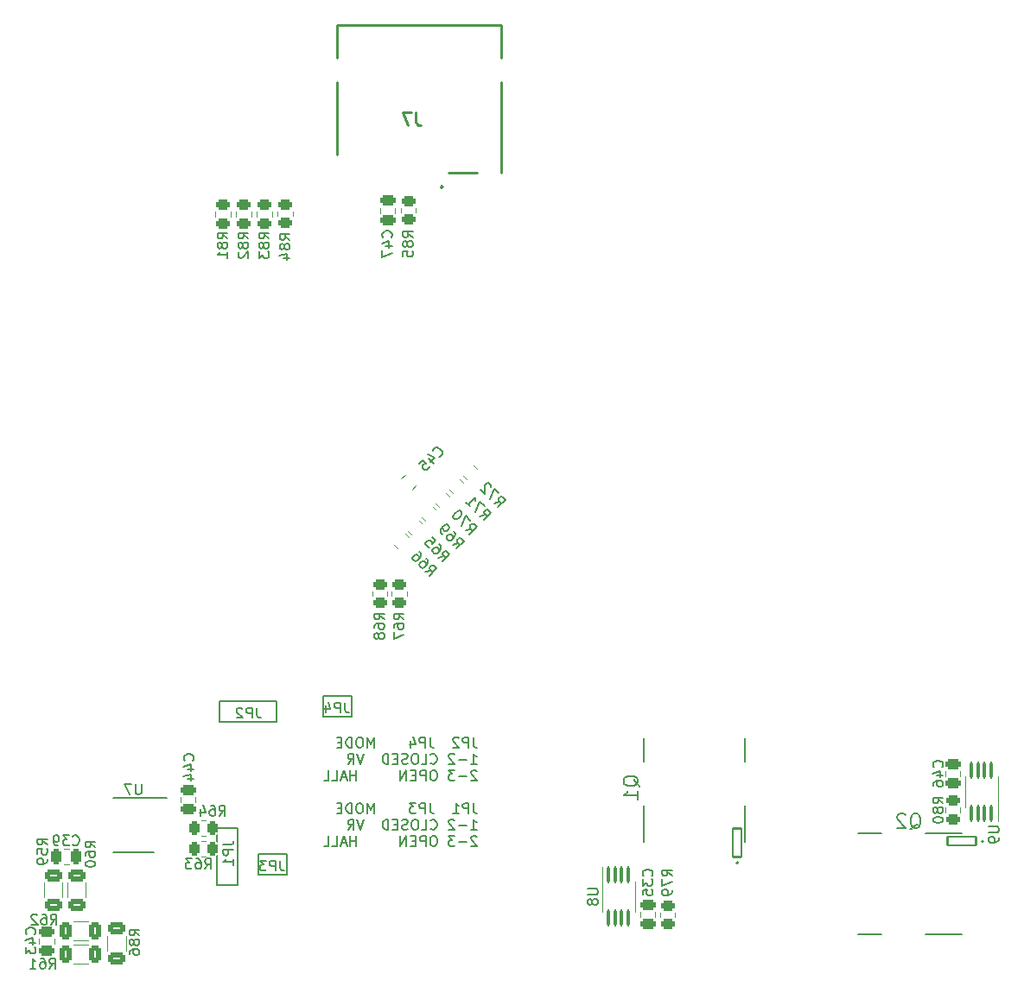
<source format=gbr>
%TF.GenerationSoftware,KiCad,Pcbnew,7.99.0-2367-gcb54bdfa84*%
%TF.CreationDate,2023-12-26T22:21:42+02:00*%
%TF.ProjectId,speeduino_stm32,73706565-6475-4696-9e6f-5f73746d3332,rev?*%
%TF.SameCoordinates,Original*%
%TF.FileFunction,Legend,Bot*%
%TF.FilePolarity,Positive*%
%FSLAX46Y46*%
G04 Gerber Fmt 4.6, Leading zero omitted, Abs format (unit mm)*
G04 Created by KiCad (PCBNEW 7.99.0-2367-gcb54bdfa84) date 2023-12-26 22:21:42*
%MOMM*%
%LPD*%
G01*
G04 APERTURE LIST*
G04 Aperture macros list*
%AMRoundRect*
0 Rectangle with rounded corners*
0 $1 Rounding radius*
0 $2 $3 $4 $5 $6 $7 $8 $9 X,Y pos of 4 corners*
0 Add a 4 corners polygon primitive as box body*
4,1,4,$2,$3,$4,$5,$6,$7,$8,$9,$2,$3,0*
0 Add four circle primitives for the rounded corners*
1,1,$1+$1,$2,$3*
1,1,$1+$1,$4,$5*
1,1,$1+$1,$6,$7*
1,1,$1+$1,$8,$9*
0 Add four rect primitives between the rounded corners*
20,1,$1+$1,$2,$3,$4,$5,0*
20,1,$1+$1,$4,$5,$6,$7,0*
20,1,$1+$1,$6,$7,$8,$9,0*
20,1,$1+$1,$8,$9,$2,$3,0*%
G04 Aperture macros list end*
%ADD10C,0.150000*%
%ADD11C,0.254000*%
%ADD12C,0.120000*%
%ADD13C,0.127000*%
%ADD14C,0.200000*%
%ADD15C,1.000000*%
%ADD16C,0.010000*%
%ADD17R,1.700000X1.700000*%
%ADD18O,1.700000X1.700000*%
%ADD19R,2.400000X2.400000*%
%ADD20C,2.400000*%
%ADD21C,1.800000*%
%ADD22C,1.524000*%
%ADD23C,1.500000*%
%ADD24RoundRect,0.250000X0.312500X0.625000X-0.312500X0.625000X-0.312500X-0.625000X0.312500X-0.625000X0*%
%ADD25RoundRect,0.250000X0.503814X0.132583X0.132583X0.503814X-0.503814X-0.132583X-0.132583X-0.503814X0*%
%ADD26RoundRect,0.250000X-0.450000X0.262500X-0.450000X-0.262500X0.450000X-0.262500X0.450000X0.262500X0*%
%ADD27RoundRect,0.250000X0.450000X-0.262500X0.450000X0.262500X-0.450000X0.262500X-0.450000X-0.262500X0*%
%ADD28RoundRect,0.102000X0.400000X-1.400000X0.400000X1.400000X-0.400000X1.400000X-0.400000X-1.400000X0*%
%ADD29RoundRect,0.250000X0.475000X-0.250000X0.475000X0.250000X-0.475000X0.250000X-0.475000X-0.250000X0*%
%ADD30RoundRect,0.250000X-0.475000X0.250000X-0.475000X-0.250000X0.475000X-0.250000X0.475000X0.250000X0*%
%ADD31RoundRect,0.250000X0.159099X-0.512652X0.512652X-0.159099X-0.159099X0.512652X-0.512652X0.159099X0*%
%ADD32RoundRect,0.100000X0.100000X-0.712500X0.100000X0.712500X-0.100000X0.712500X-0.100000X-0.712500X0*%
%ADD33RoundRect,0.250000X0.625000X-0.312500X0.625000X0.312500X-0.625000X0.312500X-0.625000X-0.312500X0*%
%ADD34RoundRect,0.100000X-0.100000X0.712500X-0.100000X-0.712500X0.100000X-0.712500X0.100000X0.712500X0*%
%ADD35R,0.700000X1.600000*%
%ADD36R,1.200000X1.600000*%
%ADD37R,1.600000X1.400000*%
%ADD38RoundRect,0.250000X-0.250000X-0.475000X0.250000X-0.475000X0.250000X0.475000X-0.250000X0.475000X0*%
%ADD39RoundRect,0.250000X0.262500X0.450000X-0.262500X0.450000X-0.262500X-0.450000X0.262500X-0.450000X0*%
%ADD40R,1.200000X0.400000*%
%ADD41RoundRect,0.102000X1.400000X0.400000X-1.400000X0.400000X-1.400000X-0.400000X1.400000X-0.400000X0*%
%ADD42RoundRect,0.250000X-0.625000X0.312500X-0.625000X-0.312500X0.625000X-0.312500X0.625000X0.312500X0*%
G04 APERTURE END LIST*
D10*
X45974000Y-103886000D02*
X48006000Y-103886000D01*
X48006000Y-109474000D01*
X45974000Y-109474000D01*
X45974000Y-103886000D01*
X56388000Y-90932000D02*
X59182000Y-90932000D01*
X59182000Y-92964000D01*
X56388000Y-92964000D01*
X56388000Y-90932000D01*
X50038000Y-106426000D02*
X52832000Y-106426000D01*
X52832000Y-108458000D01*
X50038000Y-108458000D01*
X50038000Y-106426000D01*
X46228000Y-91440000D02*
X51816000Y-91440000D01*
X51816000Y-93472000D01*
X46228000Y-93472000D01*
X46228000Y-91440000D01*
X58559506Y-91579819D02*
X58559506Y-92294104D01*
X58559506Y-92294104D02*
X58607125Y-92436961D01*
X58607125Y-92436961D02*
X58702363Y-92532200D01*
X58702363Y-92532200D02*
X58845220Y-92579819D01*
X58845220Y-92579819D02*
X58940458Y-92579819D01*
X58083315Y-92579819D02*
X58083315Y-91579819D01*
X58083315Y-91579819D02*
X57702363Y-91579819D01*
X57702363Y-91579819D02*
X57607125Y-91627438D01*
X57607125Y-91627438D02*
X57559506Y-91675057D01*
X57559506Y-91675057D02*
X57511887Y-91770295D01*
X57511887Y-91770295D02*
X57511887Y-91913152D01*
X57511887Y-91913152D02*
X57559506Y-92008390D01*
X57559506Y-92008390D02*
X57607125Y-92056009D01*
X57607125Y-92056009D02*
X57702363Y-92103628D01*
X57702363Y-92103628D02*
X58083315Y-92103628D01*
X56654744Y-91913152D02*
X56654744Y-92579819D01*
X56892839Y-91532200D02*
X57130934Y-92246485D01*
X57130934Y-92246485D02*
X56511887Y-92246485D01*
X46621819Y-105524493D02*
X47336104Y-105524493D01*
X47336104Y-105524493D02*
X47478961Y-105476874D01*
X47478961Y-105476874D02*
X47574200Y-105381636D01*
X47574200Y-105381636D02*
X47621819Y-105238779D01*
X47621819Y-105238779D02*
X47621819Y-105143541D01*
X47621819Y-106000684D02*
X46621819Y-106000684D01*
X46621819Y-106000684D02*
X46621819Y-106381636D01*
X46621819Y-106381636D02*
X46669438Y-106476874D01*
X46669438Y-106476874D02*
X46717057Y-106524493D01*
X46717057Y-106524493D02*
X46812295Y-106572112D01*
X46812295Y-106572112D02*
X46955152Y-106572112D01*
X46955152Y-106572112D02*
X47050390Y-106524493D01*
X47050390Y-106524493D02*
X47098009Y-106476874D01*
X47098009Y-106476874D02*
X47145628Y-106381636D01*
X47145628Y-106381636D02*
X47145628Y-106000684D01*
X47621819Y-107524493D02*
X47621819Y-106953065D01*
X47621819Y-107238779D02*
X46621819Y-107238779D01*
X46621819Y-107238779D02*
X46764676Y-107143541D01*
X46764676Y-107143541D02*
X46859914Y-107048303D01*
X46859914Y-107048303D02*
X46907533Y-106953065D01*
X52209506Y-107073819D02*
X52209506Y-107788104D01*
X52209506Y-107788104D02*
X52257125Y-107930961D01*
X52257125Y-107930961D02*
X52352363Y-108026200D01*
X52352363Y-108026200D02*
X52495220Y-108073819D01*
X52495220Y-108073819D02*
X52590458Y-108073819D01*
X51733315Y-108073819D02*
X51733315Y-107073819D01*
X51733315Y-107073819D02*
X51352363Y-107073819D01*
X51352363Y-107073819D02*
X51257125Y-107121438D01*
X51257125Y-107121438D02*
X51209506Y-107169057D01*
X51209506Y-107169057D02*
X51161887Y-107264295D01*
X51161887Y-107264295D02*
X51161887Y-107407152D01*
X51161887Y-107407152D02*
X51209506Y-107502390D01*
X51209506Y-107502390D02*
X51257125Y-107550009D01*
X51257125Y-107550009D02*
X51352363Y-107597628D01*
X51352363Y-107597628D02*
X51733315Y-107597628D01*
X50828553Y-107073819D02*
X50209506Y-107073819D01*
X50209506Y-107073819D02*
X50542839Y-107454771D01*
X50542839Y-107454771D02*
X50399982Y-107454771D01*
X50399982Y-107454771D02*
X50304744Y-107502390D01*
X50304744Y-107502390D02*
X50257125Y-107550009D01*
X50257125Y-107550009D02*
X50209506Y-107645247D01*
X50209506Y-107645247D02*
X50209506Y-107883342D01*
X50209506Y-107883342D02*
X50257125Y-107978580D01*
X50257125Y-107978580D02*
X50304744Y-108026200D01*
X50304744Y-108026200D02*
X50399982Y-108073819D01*
X50399982Y-108073819D02*
X50685696Y-108073819D01*
X50685696Y-108073819D02*
X50780934Y-108026200D01*
X50780934Y-108026200D02*
X50828553Y-107978580D01*
X71132506Y-95001155D02*
X71132506Y-95715440D01*
X71132506Y-95715440D02*
X71180125Y-95858297D01*
X71180125Y-95858297D02*
X71275363Y-95953536D01*
X71275363Y-95953536D02*
X71418220Y-96001155D01*
X71418220Y-96001155D02*
X71513458Y-96001155D01*
X70656315Y-96001155D02*
X70656315Y-95001155D01*
X70656315Y-95001155D02*
X70275363Y-95001155D01*
X70275363Y-95001155D02*
X70180125Y-95048774D01*
X70180125Y-95048774D02*
X70132506Y-95096393D01*
X70132506Y-95096393D02*
X70084887Y-95191631D01*
X70084887Y-95191631D02*
X70084887Y-95334488D01*
X70084887Y-95334488D02*
X70132506Y-95429726D01*
X70132506Y-95429726D02*
X70180125Y-95477345D01*
X70180125Y-95477345D02*
X70275363Y-95524964D01*
X70275363Y-95524964D02*
X70656315Y-95524964D01*
X69703934Y-95096393D02*
X69656315Y-95048774D01*
X69656315Y-95048774D02*
X69561077Y-95001155D01*
X69561077Y-95001155D02*
X69322982Y-95001155D01*
X69322982Y-95001155D02*
X69227744Y-95048774D01*
X69227744Y-95048774D02*
X69180125Y-95096393D01*
X69180125Y-95096393D02*
X69132506Y-95191631D01*
X69132506Y-95191631D02*
X69132506Y-95286869D01*
X69132506Y-95286869D02*
X69180125Y-95429726D01*
X69180125Y-95429726D02*
X69751553Y-96001155D01*
X69751553Y-96001155D02*
X69132506Y-96001155D01*
X66894410Y-95001155D02*
X66894410Y-95715440D01*
X66894410Y-95715440D02*
X66942029Y-95858297D01*
X66942029Y-95858297D02*
X67037267Y-95953536D01*
X67037267Y-95953536D02*
X67180124Y-96001155D01*
X67180124Y-96001155D02*
X67275362Y-96001155D01*
X66418219Y-96001155D02*
X66418219Y-95001155D01*
X66418219Y-95001155D02*
X66037267Y-95001155D01*
X66037267Y-95001155D02*
X65942029Y-95048774D01*
X65942029Y-95048774D02*
X65894410Y-95096393D01*
X65894410Y-95096393D02*
X65846791Y-95191631D01*
X65846791Y-95191631D02*
X65846791Y-95334488D01*
X65846791Y-95334488D02*
X65894410Y-95429726D01*
X65894410Y-95429726D02*
X65942029Y-95477345D01*
X65942029Y-95477345D02*
X66037267Y-95524964D01*
X66037267Y-95524964D02*
X66418219Y-95524964D01*
X64989648Y-95334488D02*
X64989648Y-96001155D01*
X65227743Y-94953536D02*
X65465838Y-95667821D01*
X65465838Y-95667821D02*
X64846791Y-95667821D01*
X61418218Y-96001155D02*
X61418218Y-95001155D01*
X61418218Y-95001155D02*
X61084885Y-95715440D01*
X61084885Y-95715440D02*
X60751552Y-95001155D01*
X60751552Y-95001155D02*
X60751552Y-96001155D01*
X60084885Y-95001155D02*
X59894409Y-95001155D01*
X59894409Y-95001155D02*
X59799171Y-95048774D01*
X59799171Y-95048774D02*
X59703933Y-95144012D01*
X59703933Y-95144012D02*
X59656314Y-95334488D01*
X59656314Y-95334488D02*
X59656314Y-95667821D01*
X59656314Y-95667821D02*
X59703933Y-95858297D01*
X59703933Y-95858297D02*
X59799171Y-95953536D01*
X59799171Y-95953536D02*
X59894409Y-96001155D01*
X59894409Y-96001155D02*
X60084885Y-96001155D01*
X60084885Y-96001155D02*
X60180123Y-95953536D01*
X60180123Y-95953536D02*
X60275361Y-95858297D01*
X60275361Y-95858297D02*
X60322980Y-95667821D01*
X60322980Y-95667821D02*
X60322980Y-95334488D01*
X60322980Y-95334488D02*
X60275361Y-95144012D01*
X60275361Y-95144012D02*
X60180123Y-95048774D01*
X60180123Y-95048774D02*
X60084885Y-95001155D01*
X59227742Y-96001155D02*
X59227742Y-95001155D01*
X59227742Y-95001155D02*
X58989647Y-95001155D01*
X58989647Y-95001155D02*
X58846790Y-95048774D01*
X58846790Y-95048774D02*
X58751552Y-95144012D01*
X58751552Y-95144012D02*
X58703933Y-95239250D01*
X58703933Y-95239250D02*
X58656314Y-95429726D01*
X58656314Y-95429726D02*
X58656314Y-95572583D01*
X58656314Y-95572583D02*
X58703933Y-95763059D01*
X58703933Y-95763059D02*
X58751552Y-95858297D01*
X58751552Y-95858297D02*
X58846790Y-95953536D01*
X58846790Y-95953536D02*
X58989647Y-96001155D01*
X58989647Y-96001155D02*
X59227742Y-96001155D01*
X58227742Y-95477345D02*
X57894409Y-95477345D01*
X57751552Y-96001155D02*
X58227742Y-96001155D01*
X58227742Y-96001155D02*
X58227742Y-95001155D01*
X58227742Y-95001155D02*
X57751552Y-95001155D01*
X70894411Y-97611099D02*
X71465839Y-97611099D01*
X71180125Y-97611099D02*
X71180125Y-96611099D01*
X71180125Y-96611099D02*
X71275363Y-96753956D01*
X71275363Y-96753956D02*
X71370601Y-96849194D01*
X71370601Y-96849194D02*
X71465839Y-96896813D01*
X70465839Y-97230146D02*
X69703935Y-97230146D01*
X69275363Y-96706337D02*
X69227744Y-96658718D01*
X69227744Y-96658718D02*
X69132506Y-96611099D01*
X69132506Y-96611099D02*
X68894411Y-96611099D01*
X68894411Y-96611099D02*
X68799173Y-96658718D01*
X68799173Y-96658718D02*
X68751554Y-96706337D01*
X68751554Y-96706337D02*
X68703935Y-96801575D01*
X68703935Y-96801575D02*
X68703935Y-96896813D01*
X68703935Y-96896813D02*
X68751554Y-97039670D01*
X68751554Y-97039670D02*
X69322982Y-97611099D01*
X69322982Y-97611099D02*
X68703935Y-97611099D01*
X66942030Y-97515860D02*
X66989649Y-97563480D01*
X66989649Y-97563480D02*
X67132506Y-97611099D01*
X67132506Y-97611099D02*
X67227744Y-97611099D01*
X67227744Y-97611099D02*
X67370601Y-97563480D01*
X67370601Y-97563480D02*
X67465839Y-97468241D01*
X67465839Y-97468241D02*
X67513458Y-97373003D01*
X67513458Y-97373003D02*
X67561077Y-97182527D01*
X67561077Y-97182527D02*
X67561077Y-97039670D01*
X67561077Y-97039670D02*
X67513458Y-96849194D01*
X67513458Y-96849194D02*
X67465839Y-96753956D01*
X67465839Y-96753956D02*
X67370601Y-96658718D01*
X67370601Y-96658718D02*
X67227744Y-96611099D01*
X67227744Y-96611099D02*
X67132506Y-96611099D01*
X67132506Y-96611099D02*
X66989649Y-96658718D01*
X66989649Y-96658718D02*
X66942030Y-96706337D01*
X66037268Y-97611099D02*
X66513458Y-97611099D01*
X66513458Y-97611099D02*
X66513458Y-96611099D01*
X65513458Y-96611099D02*
X65322982Y-96611099D01*
X65322982Y-96611099D02*
X65227744Y-96658718D01*
X65227744Y-96658718D02*
X65132506Y-96753956D01*
X65132506Y-96753956D02*
X65084887Y-96944432D01*
X65084887Y-96944432D02*
X65084887Y-97277765D01*
X65084887Y-97277765D02*
X65132506Y-97468241D01*
X65132506Y-97468241D02*
X65227744Y-97563480D01*
X65227744Y-97563480D02*
X65322982Y-97611099D01*
X65322982Y-97611099D02*
X65513458Y-97611099D01*
X65513458Y-97611099D02*
X65608696Y-97563480D01*
X65608696Y-97563480D02*
X65703934Y-97468241D01*
X65703934Y-97468241D02*
X65751553Y-97277765D01*
X65751553Y-97277765D02*
X65751553Y-96944432D01*
X65751553Y-96944432D02*
X65703934Y-96753956D01*
X65703934Y-96753956D02*
X65608696Y-96658718D01*
X65608696Y-96658718D02*
X65513458Y-96611099D01*
X64703934Y-97563480D02*
X64561077Y-97611099D01*
X64561077Y-97611099D02*
X64322982Y-97611099D01*
X64322982Y-97611099D02*
X64227744Y-97563480D01*
X64227744Y-97563480D02*
X64180125Y-97515860D01*
X64180125Y-97515860D02*
X64132506Y-97420622D01*
X64132506Y-97420622D02*
X64132506Y-97325384D01*
X64132506Y-97325384D02*
X64180125Y-97230146D01*
X64180125Y-97230146D02*
X64227744Y-97182527D01*
X64227744Y-97182527D02*
X64322982Y-97134908D01*
X64322982Y-97134908D02*
X64513458Y-97087289D01*
X64513458Y-97087289D02*
X64608696Y-97039670D01*
X64608696Y-97039670D02*
X64656315Y-96992051D01*
X64656315Y-96992051D02*
X64703934Y-96896813D01*
X64703934Y-96896813D02*
X64703934Y-96801575D01*
X64703934Y-96801575D02*
X64656315Y-96706337D01*
X64656315Y-96706337D02*
X64608696Y-96658718D01*
X64608696Y-96658718D02*
X64513458Y-96611099D01*
X64513458Y-96611099D02*
X64275363Y-96611099D01*
X64275363Y-96611099D02*
X64132506Y-96658718D01*
X63703934Y-97087289D02*
X63370601Y-97087289D01*
X63227744Y-97611099D02*
X63703934Y-97611099D01*
X63703934Y-97611099D02*
X63703934Y-96611099D01*
X63703934Y-96611099D02*
X63227744Y-96611099D01*
X62799172Y-97611099D02*
X62799172Y-96611099D01*
X62799172Y-96611099D02*
X62561077Y-96611099D01*
X62561077Y-96611099D02*
X62418220Y-96658718D01*
X62418220Y-96658718D02*
X62322982Y-96753956D01*
X62322982Y-96753956D02*
X62275363Y-96849194D01*
X62275363Y-96849194D02*
X62227744Y-97039670D01*
X62227744Y-97039670D02*
X62227744Y-97182527D01*
X62227744Y-97182527D02*
X62275363Y-97373003D01*
X62275363Y-97373003D02*
X62322982Y-97468241D01*
X62322982Y-97468241D02*
X62418220Y-97563480D01*
X62418220Y-97563480D02*
X62561077Y-97611099D01*
X62561077Y-97611099D02*
X62799172Y-97611099D01*
X60418219Y-96611099D02*
X60084886Y-97611099D01*
X60084886Y-97611099D02*
X59751553Y-96611099D01*
X58846791Y-97611099D02*
X59180124Y-97134908D01*
X59418219Y-97611099D02*
X59418219Y-96611099D01*
X59418219Y-96611099D02*
X59037267Y-96611099D01*
X59037267Y-96611099D02*
X58942029Y-96658718D01*
X58942029Y-96658718D02*
X58894410Y-96706337D01*
X58894410Y-96706337D02*
X58846791Y-96801575D01*
X58846791Y-96801575D02*
X58846791Y-96944432D01*
X58846791Y-96944432D02*
X58894410Y-97039670D01*
X58894410Y-97039670D02*
X58942029Y-97087289D01*
X58942029Y-97087289D02*
X59037267Y-97134908D01*
X59037267Y-97134908D02*
X59418219Y-97134908D01*
X71465839Y-98316281D02*
X71418220Y-98268662D01*
X71418220Y-98268662D02*
X71322982Y-98221043D01*
X71322982Y-98221043D02*
X71084887Y-98221043D01*
X71084887Y-98221043D02*
X70989649Y-98268662D01*
X70989649Y-98268662D02*
X70942030Y-98316281D01*
X70942030Y-98316281D02*
X70894411Y-98411519D01*
X70894411Y-98411519D02*
X70894411Y-98506757D01*
X70894411Y-98506757D02*
X70942030Y-98649614D01*
X70942030Y-98649614D02*
X71513458Y-99221043D01*
X71513458Y-99221043D02*
X70894411Y-99221043D01*
X70465839Y-98840090D02*
X69703935Y-98840090D01*
X69322982Y-98221043D02*
X68703935Y-98221043D01*
X68703935Y-98221043D02*
X69037268Y-98601995D01*
X69037268Y-98601995D02*
X68894411Y-98601995D01*
X68894411Y-98601995D02*
X68799173Y-98649614D01*
X68799173Y-98649614D02*
X68751554Y-98697233D01*
X68751554Y-98697233D02*
X68703935Y-98792471D01*
X68703935Y-98792471D02*
X68703935Y-99030566D01*
X68703935Y-99030566D02*
X68751554Y-99125804D01*
X68751554Y-99125804D02*
X68799173Y-99173424D01*
X68799173Y-99173424D02*
X68894411Y-99221043D01*
X68894411Y-99221043D02*
X69180125Y-99221043D01*
X69180125Y-99221043D02*
X69275363Y-99173424D01*
X69275363Y-99173424D02*
X69322982Y-99125804D01*
X67322982Y-98221043D02*
X67132506Y-98221043D01*
X67132506Y-98221043D02*
X67037268Y-98268662D01*
X67037268Y-98268662D02*
X66942030Y-98363900D01*
X66942030Y-98363900D02*
X66894411Y-98554376D01*
X66894411Y-98554376D02*
X66894411Y-98887709D01*
X66894411Y-98887709D02*
X66942030Y-99078185D01*
X66942030Y-99078185D02*
X67037268Y-99173424D01*
X67037268Y-99173424D02*
X67132506Y-99221043D01*
X67132506Y-99221043D02*
X67322982Y-99221043D01*
X67322982Y-99221043D02*
X67418220Y-99173424D01*
X67418220Y-99173424D02*
X67513458Y-99078185D01*
X67513458Y-99078185D02*
X67561077Y-98887709D01*
X67561077Y-98887709D02*
X67561077Y-98554376D01*
X67561077Y-98554376D02*
X67513458Y-98363900D01*
X67513458Y-98363900D02*
X67418220Y-98268662D01*
X67418220Y-98268662D02*
X67322982Y-98221043D01*
X66465839Y-99221043D02*
X66465839Y-98221043D01*
X66465839Y-98221043D02*
X66084887Y-98221043D01*
X66084887Y-98221043D02*
X65989649Y-98268662D01*
X65989649Y-98268662D02*
X65942030Y-98316281D01*
X65942030Y-98316281D02*
X65894411Y-98411519D01*
X65894411Y-98411519D02*
X65894411Y-98554376D01*
X65894411Y-98554376D02*
X65942030Y-98649614D01*
X65942030Y-98649614D02*
X65989649Y-98697233D01*
X65989649Y-98697233D02*
X66084887Y-98744852D01*
X66084887Y-98744852D02*
X66465839Y-98744852D01*
X65465839Y-98697233D02*
X65132506Y-98697233D01*
X64989649Y-99221043D02*
X65465839Y-99221043D01*
X65465839Y-99221043D02*
X65465839Y-98221043D01*
X65465839Y-98221043D02*
X64989649Y-98221043D01*
X64561077Y-99221043D02*
X64561077Y-98221043D01*
X64561077Y-98221043D02*
X63989649Y-99221043D01*
X63989649Y-99221043D02*
X63989649Y-98221043D01*
X59656316Y-99221043D02*
X59656316Y-98221043D01*
X59656316Y-98697233D02*
X59084888Y-98697233D01*
X59084888Y-99221043D02*
X59084888Y-98221043D01*
X58656316Y-98935328D02*
X58180126Y-98935328D01*
X58751554Y-99221043D02*
X58418221Y-98221043D01*
X58418221Y-98221043D02*
X58084888Y-99221043D01*
X57275364Y-99221043D02*
X57751554Y-99221043D01*
X57751554Y-99221043D02*
X57751554Y-98221043D01*
X56465840Y-99221043D02*
X56942030Y-99221043D01*
X56942030Y-99221043D02*
X56942030Y-98221043D01*
X71132506Y-101440931D02*
X71132506Y-102155216D01*
X71132506Y-102155216D02*
X71180125Y-102298073D01*
X71180125Y-102298073D02*
X71275363Y-102393312D01*
X71275363Y-102393312D02*
X71418220Y-102440931D01*
X71418220Y-102440931D02*
X71513458Y-102440931D01*
X70656315Y-102440931D02*
X70656315Y-101440931D01*
X70656315Y-101440931D02*
X70275363Y-101440931D01*
X70275363Y-101440931D02*
X70180125Y-101488550D01*
X70180125Y-101488550D02*
X70132506Y-101536169D01*
X70132506Y-101536169D02*
X70084887Y-101631407D01*
X70084887Y-101631407D02*
X70084887Y-101774264D01*
X70084887Y-101774264D02*
X70132506Y-101869502D01*
X70132506Y-101869502D02*
X70180125Y-101917121D01*
X70180125Y-101917121D02*
X70275363Y-101964740D01*
X70275363Y-101964740D02*
X70656315Y-101964740D01*
X69132506Y-102440931D02*
X69703934Y-102440931D01*
X69418220Y-102440931D02*
X69418220Y-101440931D01*
X69418220Y-101440931D02*
X69513458Y-101583788D01*
X69513458Y-101583788D02*
X69608696Y-101679026D01*
X69608696Y-101679026D02*
X69703934Y-101726645D01*
X66894410Y-101440931D02*
X66894410Y-102155216D01*
X66894410Y-102155216D02*
X66942029Y-102298073D01*
X66942029Y-102298073D02*
X67037267Y-102393312D01*
X67037267Y-102393312D02*
X67180124Y-102440931D01*
X67180124Y-102440931D02*
X67275362Y-102440931D01*
X66418219Y-102440931D02*
X66418219Y-101440931D01*
X66418219Y-101440931D02*
X66037267Y-101440931D01*
X66037267Y-101440931D02*
X65942029Y-101488550D01*
X65942029Y-101488550D02*
X65894410Y-101536169D01*
X65894410Y-101536169D02*
X65846791Y-101631407D01*
X65846791Y-101631407D02*
X65846791Y-101774264D01*
X65846791Y-101774264D02*
X65894410Y-101869502D01*
X65894410Y-101869502D02*
X65942029Y-101917121D01*
X65942029Y-101917121D02*
X66037267Y-101964740D01*
X66037267Y-101964740D02*
X66418219Y-101964740D01*
X65513457Y-101440931D02*
X64894410Y-101440931D01*
X64894410Y-101440931D02*
X65227743Y-101821883D01*
X65227743Y-101821883D02*
X65084886Y-101821883D01*
X65084886Y-101821883D02*
X64989648Y-101869502D01*
X64989648Y-101869502D02*
X64942029Y-101917121D01*
X64942029Y-101917121D02*
X64894410Y-102012359D01*
X64894410Y-102012359D02*
X64894410Y-102250454D01*
X64894410Y-102250454D02*
X64942029Y-102345692D01*
X64942029Y-102345692D02*
X64989648Y-102393312D01*
X64989648Y-102393312D02*
X65084886Y-102440931D01*
X65084886Y-102440931D02*
X65370600Y-102440931D01*
X65370600Y-102440931D02*
X65465838Y-102393312D01*
X65465838Y-102393312D02*
X65513457Y-102345692D01*
X61418218Y-102440931D02*
X61418218Y-101440931D01*
X61418218Y-101440931D02*
X61084885Y-102155216D01*
X61084885Y-102155216D02*
X60751552Y-101440931D01*
X60751552Y-101440931D02*
X60751552Y-102440931D01*
X60084885Y-101440931D02*
X59894409Y-101440931D01*
X59894409Y-101440931D02*
X59799171Y-101488550D01*
X59799171Y-101488550D02*
X59703933Y-101583788D01*
X59703933Y-101583788D02*
X59656314Y-101774264D01*
X59656314Y-101774264D02*
X59656314Y-102107597D01*
X59656314Y-102107597D02*
X59703933Y-102298073D01*
X59703933Y-102298073D02*
X59799171Y-102393312D01*
X59799171Y-102393312D02*
X59894409Y-102440931D01*
X59894409Y-102440931D02*
X60084885Y-102440931D01*
X60084885Y-102440931D02*
X60180123Y-102393312D01*
X60180123Y-102393312D02*
X60275361Y-102298073D01*
X60275361Y-102298073D02*
X60322980Y-102107597D01*
X60322980Y-102107597D02*
X60322980Y-101774264D01*
X60322980Y-101774264D02*
X60275361Y-101583788D01*
X60275361Y-101583788D02*
X60180123Y-101488550D01*
X60180123Y-101488550D02*
X60084885Y-101440931D01*
X59227742Y-102440931D02*
X59227742Y-101440931D01*
X59227742Y-101440931D02*
X58989647Y-101440931D01*
X58989647Y-101440931D02*
X58846790Y-101488550D01*
X58846790Y-101488550D02*
X58751552Y-101583788D01*
X58751552Y-101583788D02*
X58703933Y-101679026D01*
X58703933Y-101679026D02*
X58656314Y-101869502D01*
X58656314Y-101869502D02*
X58656314Y-102012359D01*
X58656314Y-102012359D02*
X58703933Y-102202835D01*
X58703933Y-102202835D02*
X58751552Y-102298073D01*
X58751552Y-102298073D02*
X58846790Y-102393312D01*
X58846790Y-102393312D02*
X58989647Y-102440931D01*
X58989647Y-102440931D02*
X59227742Y-102440931D01*
X58227742Y-101917121D02*
X57894409Y-101917121D01*
X57751552Y-102440931D02*
X58227742Y-102440931D01*
X58227742Y-102440931D02*
X58227742Y-101440931D01*
X58227742Y-101440931D02*
X57751552Y-101440931D01*
X70894411Y-104050875D02*
X71465839Y-104050875D01*
X71180125Y-104050875D02*
X71180125Y-103050875D01*
X71180125Y-103050875D02*
X71275363Y-103193732D01*
X71275363Y-103193732D02*
X71370601Y-103288970D01*
X71370601Y-103288970D02*
X71465839Y-103336589D01*
X70465839Y-103669922D02*
X69703935Y-103669922D01*
X69275363Y-103146113D02*
X69227744Y-103098494D01*
X69227744Y-103098494D02*
X69132506Y-103050875D01*
X69132506Y-103050875D02*
X68894411Y-103050875D01*
X68894411Y-103050875D02*
X68799173Y-103098494D01*
X68799173Y-103098494D02*
X68751554Y-103146113D01*
X68751554Y-103146113D02*
X68703935Y-103241351D01*
X68703935Y-103241351D02*
X68703935Y-103336589D01*
X68703935Y-103336589D02*
X68751554Y-103479446D01*
X68751554Y-103479446D02*
X69322982Y-104050875D01*
X69322982Y-104050875D02*
X68703935Y-104050875D01*
X66942030Y-103955636D02*
X66989649Y-104003256D01*
X66989649Y-104003256D02*
X67132506Y-104050875D01*
X67132506Y-104050875D02*
X67227744Y-104050875D01*
X67227744Y-104050875D02*
X67370601Y-104003256D01*
X67370601Y-104003256D02*
X67465839Y-103908017D01*
X67465839Y-103908017D02*
X67513458Y-103812779D01*
X67513458Y-103812779D02*
X67561077Y-103622303D01*
X67561077Y-103622303D02*
X67561077Y-103479446D01*
X67561077Y-103479446D02*
X67513458Y-103288970D01*
X67513458Y-103288970D02*
X67465839Y-103193732D01*
X67465839Y-103193732D02*
X67370601Y-103098494D01*
X67370601Y-103098494D02*
X67227744Y-103050875D01*
X67227744Y-103050875D02*
X67132506Y-103050875D01*
X67132506Y-103050875D02*
X66989649Y-103098494D01*
X66989649Y-103098494D02*
X66942030Y-103146113D01*
X66037268Y-104050875D02*
X66513458Y-104050875D01*
X66513458Y-104050875D02*
X66513458Y-103050875D01*
X65513458Y-103050875D02*
X65322982Y-103050875D01*
X65322982Y-103050875D02*
X65227744Y-103098494D01*
X65227744Y-103098494D02*
X65132506Y-103193732D01*
X65132506Y-103193732D02*
X65084887Y-103384208D01*
X65084887Y-103384208D02*
X65084887Y-103717541D01*
X65084887Y-103717541D02*
X65132506Y-103908017D01*
X65132506Y-103908017D02*
X65227744Y-104003256D01*
X65227744Y-104003256D02*
X65322982Y-104050875D01*
X65322982Y-104050875D02*
X65513458Y-104050875D01*
X65513458Y-104050875D02*
X65608696Y-104003256D01*
X65608696Y-104003256D02*
X65703934Y-103908017D01*
X65703934Y-103908017D02*
X65751553Y-103717541D01*
X65751553Y-103717541D02*
X65751553Y-103384208D01*
X65751553Y-103384208D02*
X65703934Y-103193732D01*
X65703934Y-103193732D02*
X65608696Y-103098494D01*
X65608696Y-103098494D02*
X65513458Y-103050875D01*
X64703934Y-104003256D02*
X64561077Y-104050875D01*
X64561077Y-104050875D02*
X64322982Y-104050875D01*
X64322982Y-104050875D02*
X64227744Y-104003256D01*
X64227744Y-104003256D02*
X64180125Y-103955636D01*
X64180125Y-103955636D02*
X64132506Y-103860398D01*
X64132506Y-103860398D02*
X64132506Y-103765160D01*
X64132506Y-103765160D02*
X64180125Y-103669922D01*
X64180125Y-103669922D02*
X64227744Y-103622303D01*
X64227744Y-103622303D02*
X64322982Y-103574684D01*
X64322982Y-103574684D02*
X64513458Y-103527065D01*
X64513458Y-103527065D02*
X64608696Y-103479446D01*
X64608696Y-103479446D02*
X64656315Y-103431827D01*
X64656315Y-103431827D02*
X64703934Y-103336589D01*
X64703934Y-103336589D02*
X64703934Y-103241351D01*
X64703934Y-103241351D02*
X64656315Y-103146113D01*
X64656315Y-103146113D02*
X64608696Y-103098494D01*
X64608696Y-103098494D02*
X64513458Y-103050875D01*
X64513458Y-103050875D02*
X64275363Y-103050875D01*
X64275363Y-103050875D02*
X64132506Y-103098494D01*
X63703934Y-103527065D02*
X63370601Y-103527065D01*
X63227744Y-104050875D02*
X63703934Y-104050875D01*
X63703934Y-104050875D02*
X63703934Y-103050875D01*
X63703934Y-103050875D02*
X63227744Y-103050875D01*
X62799172Y-104050875D02*
X62799172Y-103050875D01*
X62799172Y-103050875D02*
X62561077Y-103050875D01*
X62561077Y-103050875D02*
X62418220Y-103098494D01*
X62418220Y-103098494D02*
X62322982Y-103193732D01*
X62322982Y-103193732D02*
X62275363Y-103288970D01*
X62275363Y-103288970D02*
X62227744Y-103479446D01*
X62227744Y-103479446D02*
X62227744Y-103622303D01*
X62227744Y-103622303D02*
X62275363Y-103812779D01*
X62275363Y-103812779D02*
X62322982Y-103908017D01*
X62322982Y-103908017D02*
X62418220Y-104003256D01*
X62418220Y-104003256D02*
X62561077Y-104050875D01*
X62561077Y-104050875D02*
X62799172Y-104050875D01*
X60418219Y-103050875D02*
X60084886Y-104050875D01*
X60084886Y-104050875D02*
X59751553Y-103050875D01*
X58846791Y-104050875D02*
X59180124Y-103574684D01*
X59418219Y-104050875D02*
X59418219Y-103050875D01*
X59418219Y-103050875D02*
X59037267Y-103050875D01*
X59037267Y-103050875D02*
X58942029Y-103098494D01*
X58942029Y-103098494D02*
X58894410Y-103146113D01*
X58894410Y-103146113D02*
X58846791Y-103241351D01*
X58846791Y-103241351D02*
X58846791Y-103384208D01*
X58846791Y-103384208D02*
X58894410Y-103479446D01*
X58894410Y-103479446D02*
X58942029Y-103527065D01*
X58942029Y-103527065D02*
X59037267Y-103574684D01*
X59037267Y-103574684D02*
X59418219Y-103574684D01*
X71465839Y-104756057D02*
X71418220Y-104708438D01*
X71418220Y-104708438D02*
X71322982Y-104660819D01*
X71322982Y-104660819D02*
X71084887Y-104660819D01*
X71084887Y-104660819D02*
X70989649Y-104708438D01*
X70989649Y-104708438D02*
X70942030Y-104756057D01*
X70942030Y-104756057D02*
X70894411Y-104851295D01*
X70894411Y-104851295D02*
X70894411Y-104946533D01*
X70894411Y-104946533D02*
X70942030Y-105089390D01*
X70942030Y-105089390D02*
X71513458Y-105660819D01*
X71513458Y-105660819D02*
X70894411Y-105660819D01*
X70465839Y-105279866D02*
X69703935Y-105279866D01*
X69322982Y-104660819D02*
X68703935Y-104660819D01*
X68703935Y-104660819D02*
X69037268Y-105041771D01*
X69037268Y-105041771D02*
X68894411Y-105041771D01*
X68894411Y-105041771D02*
X68799173Y-105089390D01*
X68799173Y-105089390D02*
X68751554Y-105137009D01*
X68751554Y-105137009D02*
X68703935Y-105232247D01*
X68703935Y-105232247D02*
X68703935Y-105470342D01*
X68703935Y-105470342D02*
X68751554Y-105565580D01*
X68751554Y-105565580D02*
X68799173Y-105613200D01*
X68799173Y-105613200D02*
X68894411Y-105660819D01*
X68894411Y-105660819D02*
X69180125Y-105660819D01*
X69180125Y-105660819D02*
X69275363Y-105613200D01*
X69275363Y-105613200D02*
X69322982Y-105565580D01*
X67322982Y-104660819D02*
X67132506Y-104660819D01*
X67132506Y-104660819D02*
X67037268Y-104708438D01*
X67037268Y-104708438D02*
X66942030Y-104803676D01*
X66942030Y-104803676D02*
X66894411Y-104994152D01*
X66894411Y-104994152D02*
X66894411Y-105327485D01*
X66894411Y-105327485D02*
X66942030Y-105517961D01*
X66942030Y-105517961D02*
X67037268Y-105613200D01*
X67037268Y-105613200D02*
X67132506Y-105660819D01*
X67132506Y-105660819D02*
X67322982Y-105660819D01*
X67322982Y-105660819D02*
X67418220Y-105613200D01*
X67418220Y-105613200D02*
X67513458Y-105517961D01*
X67513458Y-105517961D02*
X67561077Y-105327485D01*
X67561077Y-105327485D02*
X67561077Y-104994152D01*
X67561077Y-104994152D02*
X67513458Y-104803676D01*
X67513458Y-104803676D02*
X67418220Y-104708438D01*
X67418220Y-104708438D02*
X67322982Y-104660819D01*
X66465839Y-105660819D02*
X66465839Y-104660819D01*
X66465839Y-104660819D02*
X66084887Y-104660819D01*
X66084887Y-104660819D02*
X65989649Y-104708438D01*
X65989649Y-104708438D02*
X65942030Y-104756057D01*
X65942030Y-104756057D02*
X65894411Y-104851295D01*
X65894411Y-104851295D02*
X65894411Y-104994152D01*
X65894411Y-104994152D02*
X65942030Y-105089390D01*
X65942030Y-105089390D02*
X65989649Y-105137009D01*
X65989649Y-105137009D02*
X66084887Y-105184628D01*
X66084887Y-105184628D02*
X66465839Y-105184628D01*
X65465839Y-105137009D02*
X65132506Y-105137009D01*
X64989649Y-105660819D02*
X65465839Y-105660819D01*
X65465839Y-105660819D02*
X65465839Y-104660819D01*
X65465839Y-104660819D02*
X64989649Y-104660819D01*
X64561077Y-105660819D02*
X64561077Y-104660819D01*
X64561077Y-104660819D02*
X63989649Y-105660819D01*
X63989649Y-105660819D02*
X63989649Y-104660819D01*
X59656316Y-105660819D02*
X59656316Y-104660819D01*
X59656316Y-105137009D02*
X59084888Y-105137009D01*
X59084888Y-105660819D02*
X59084888Y-104660819D01*
X58656316Y-105375104D02*
X58180126Y-105375104D01*
X58751554Y-105660819D02*
X58418221Y-104660819D01*
X58418221Y-104660819D02*
X58084888Y-105660819D01*
X57275364Y-105660819D02*
X57751554Y-105660819D01*
X57751554Y-105660819D02*
X57751554Y-104660819D01*
X56465840Y-105660819D02*
X56942030Y-105660819D01*
X56942030Y-105660819D02*
X56942030Y-104660819D01*
X49923506Y-92087819D02*
X49923506Y-92802104D01*
X49923506Y-92802104D02*
X49971125Y-92944961D01*
X49971125Y-92944961D02*
X50066363Y-93040200D01*
X50066363Y-93040200D02*
X50209220Y-93087819D01*
X50209220Y-93087819D02*
X50304458Y-93087819D01*
X49447315Y-93087819D02*
X49447315Y-92087819D01*
X49447315Y-92087819D02*
X49066363Y-92087819D01*
X49066363Y-92087819D02*
X48971125Y-92135438D01*
X48971125Y-92135438D02*
X48923506Y-92183057D01*
X48923506Y-92183057D02*
X48875887Y-92278295D01*
X48875887Y-92278295D02*
X48875887Y-92421152D01*
X48875887Y-92421152D02*
X48923506Y-92516390D01*
X48923506Y-92516390D02*
X48971125Y-92564009D01*
X48971125Y-92564009D02*
X49066363Y-92611628D01*
X49066363Y-92611628D02*
X49447315Y-92611628D01*
X48494934Y-92183057D02*
X48447315Y-92135438D01*
X48447315Y-92135438D02*
X48352077Y-92087819D01*
X48352077Y-92087819D02*
X48113982Y-92087819D01*
X48113982Y-92087819D02*
X48018744Y-92135438D01*
X48018744Y-92135438D02*
X47971125Y-92183057D01*
X47971125Y-92183057D02*
X47923506Y-92278295D01*
X47923506Y-92278295D02*
X47923506Y-92373533D01*
X47923506Y-92373533D02*
X47971125Y-92516390D01*
X47971125Y-92516390D02*
X48542553Y-93087819D01*
X48542553Y-93087819D02*
X47923506Y-93087819D01*
X29598857Y-117675819D02*
X29932190Y-117199628D01*
X30170285Y-117675819D02*
X30170285Y-116675819D01*
X30170285Y-116675819D02*
X29789333Y-116675819D01*
X29789333Y-116675819D02*
X29694095Y-116723438D01*
X29694095Y-116723438D02*
X29646476Y-116771057D01*
X29646476Y-116771057D02*
X29598857Y-116866295D01*
X29598857Y-116866295D02*
X29598857Y-117009152D01*
X29598857Y-117009152D02*
X29646476Y-117104390D01*
X29646476Y-117104390D02*
X29694095Y-117152009D01*
X29694095Y-117152009D02*
X29789333Y-117199628D01*
X29789333Y-117199628D02*
X30170285Y-117199628D01*
X28741714Y-116675819D02*
X28932190Y-116675819D01*
X28932190Y-116675819D02*
X29027428Y-116723438D01*
X29027428Y-116723438D02*
X29075047Y-116771057D01*
X29075047Y-116771057D02*
X29170285Y-116913914D01*
X29170285Y-116913914D02*
X29217904Y-117104390D01*
X29217904Y-117104390D02*
X29217904Y-117485342D01*
X29217904Y-117485342D02*
X29170285Y-117580580D01*
X29170285Y-117580580D02*
X29122666Y-117628200D01*
X29122666Y-117628200D02*
X29027428Y-117675819D01*
X29027428Y-117675819D02*
X28836952Y-117675819D01*
X28836952Y-117675819D02*
X28741714Y-117628200D01*
X28741714Y-117628200D02*
X28694095Y-117580580D01*
X28694095Y-117580580D02*
X28646476Y-117485342D01*
X28646476Y-117485342D02*
X28646476Y-117247247D01*
X28646476Y-117247247D02*
X28694095Y-117152009D01*
X28694095Y-117152009D02*
X28741714Y-117104390D01*
X28741714Y-117104390D02*
X28836952Y-117056771D01*
X28836952Y-117056771D02*
X29027428Y-117056771D01*
X29027428Y-117056771D02*
X29122666Y-117104390D01*
X29122666Y-117104390D02*
X29170285Y-117152009D01*
X29170285Y-117152009D02*
X29217904Y-117247247D01*
X27694095Y-117675819D02*
X28265523Y-117675819D01*
X27979809Y-117675819D02*
X27979809Y-116675819D01*
X27979809Y-116675819D02*
X28075047Y-116818676D01*
X28075047Y-116818676D02*
X28170285Y-116913914D01*
X28170285Y-116913914D02*
X28265523Y-116961533D01*
X70363963Y-74690174D02*
X70936382Y-74589159D01*
X70768024Y-75094235D02*
X71475130Y-74387128D01*
X71475130Y-74387128D02*
X71205756Y-74117754D01*
X71205756Y-74117754D02*
X71104741Y-74084082D01*
X71104741Y-74084082D02*
X71037398Y-74084082D01*
X71037398Y-74084082D02*
X70936382Y-74117754D01*
X70936382Y-74117754D02*
X70835367Y-74218769D01*
X70835367Y-74218769D02*
X70801695Y-74319785D01*
X70801695Y-74319785D02*
X70801695Y-74387128D01*
X70801695Y-74387128D02*
X70835367Y-74488143D01*
X70835367Y-74488143D02*
X71104741Y-74757517D01*
X70835367Y-73747365D02*
X70363963Y-73275960D01*
X70363963Y-73275960D02*
X69959902Y-74286113D01*
X69959901Y-72871899D02*
X69892558Y-72804556D01*
X69892558Y-72804556D02*
X69791543Y-72770884D01*
X69791543Y-72770884D02*
X69724199Y-72770884D01*
X69724199Y-72770884D02*
X69623184Y-72804556D01*
X69623184Y-72804556D02*
X69454825Y-72905571D01*
X69454825Y-72905571D02*
X69286466Y-73073930D01*
X69286466Y-73073930D02*
X69185451Y-73242288D01*
X69185451Y-73242288D02*
X69151779Y-73343304D01*
X69151779Y-73343304D02*
X69151779Y-73410647D01*
X69151779Y-73410647D02*
X69185451Y-73511662D01*
X69185451Y-73511662D02*
X69252795Y-73579006D01*
X69252795Y-73579006D02*
X69353810Y-73612678D01*
X69353810Y-73612678D02*
X69421153Y-73612678D01*
X69421153Y-73612678D02*
X69522169Y-73579006D01*
X69522169Y-73579006D02*
X69690527Y-73477991D01*
X69690527Y-73477991D02*
X69858886Y-73309632D01*
X69858886Y-73309632D02*
X69959901Y-73141273D01*
X69959901Y-73141273D02*
X69993573Y-73040258D01*
X69993573Y-73040258D02*
X69993573Y-72972914D01*
X69993573Y-72972914D02*
X69959901Y-72871899D01*
X51127819Y-46093142D02*
X50651628Y-45759809D01*
X51127819Y-45521714D02*
X50127819Y-45521714D01*
X50127819Y-45521714D02*
X50127819Y-45902666D01*
X50127819Y-45902666D02*
X50175438Y-45997904D01*
X50175438Y-45997904D02*
X50223057Y-46045523D01*
X50223057Y-46045523D02*
X50318295Y-46093142D01*
X50318295Y-46093142D02*
X50461152Y-46093142D01*
X50461152Y-46093142D02*
X50556390Y-46045523D01*
X50556390Y-46045523D02*
X50604009Y-45997904D01*
X50604009Y-45997904D02*
X50651628Y-45902666D01*
X50651628Y-45902666D02*
X50651628Y-45521714D01*
X50556390Y-46664571D02*
X50508771Y-46569333D01*
X50508771Y-46569333D02*
X50461152Y-46521714D01*
X50461152Y-46521714D02*
X50365914Y-46474095D01*
X50365914Y-46474095D02*
X50318295Y-46474095D01*
X50318295Y-46474095D02*
X50223057Y-46521714D01*
X50223057Y-46521714D02*
X50175438Y-46569333D01*
X50175438Y-46569333D02*
X50127819Y-46664571D01*
X50127819Y-46664571D02*
X50127819Y-46855047D01*
X50127819Y-46855047D02*
X50175438Y-46950285D01*
X50175438Y-46950285D02*
X50223057Y-46997904D01*
X50223057Y-46997904D02*
X50318295Y-47045523D01*
X50318295Y-47045523D02*
X50365914Y-47045523D01*
X50365914Y-47045523D02*
X50461152Y-46997904D01*
X50461152Y-46997904D02*
X50508771Y-46950285D01*
X50508771Y-46950285D02*
X50556390Y-46855047D01*
X50556390Y-46855047D02*
X50556390Y-46664571D01*
X50556390Y-46664571D02*
X50604009Y-46569333D01*
X50604009Y-46569333D02*
X50651628Y-46521714D01*
X50651628Y-46521714D02*
X50746866Y-46474095D01*
X50746866Y-46474095D02*
X50937342Y-46474095D01*
X50937342Y-46474095D02*
X51032580Y-46521714D01*
X51032580Y-46521714D02*
X51080200Y-46569333D01*
X51080200Y-46569333D02*
X51127819Y-46664571D01*
X51127819Y-46664571D02*
X51127819Y-46855047D01*
X51127819Y-46855047D02*
X51080200Y-46950285D01*
X51080200Y-46950285D02*
X51032580Y-46997904D01*
X51032580Y-46997904D02*
X50937342Y-47045523D01*
X50937342Y-47045523D02*
X50746866Y-47045523D01*
X50746866Y-47045523D02*
X50651628Y-46997904D01*
X50651628Y-46997904D02*
X50604009Y-46950285D01*
X50604009Y-46950285D02*
X50556390Y-46855047D01*
X50127819Y-47378857D02*
X50127819Y-47997904D01*
X50127819Y-47997904D02*
X50508771Y-47664571D01*
X50508771Y-47664571D02*
X50508771Y-47807428D01*
X50508771Y-47807428D02*
X50556390Y-47902666D01*
X50556390Y-47902666D02*
X50604009Y-47950285D01*
X50604009Y-47950285D02*
X50699247Y-47997904D01*
X50699247Y-47997904D02*
X50937342Y-47997904D01*
X50937342Y-47997904D02*
X51032580Y-47950285D01*
X51032580Y-47950285D02*
X51080200Y-47902666D01*
X51080200Y-47902666D02*
X51127819Y-47807428D01*
X51127819Y-47807428D02*
X51127819Y-47521714D01*
X51127819Y-47521714D02*
X51080200Y-47426476D01*
X51080200Y-47426476D02*
X51032580Y-47378857D01*
X65224819Y-45966142D02*
X64748628Y-45632809D01*
X65224819Y-45394714D02*
X64224819Y-45394714D01*
X64224819Y-45394714D02*
X64224819Y-45775666D01*
X64224819Y-45775666D02*
X64272438Y-45870904D01*
X64272438Y-45870904D02*
X64320057Y-45918523D01*
X64320057Y-45918523D02*
X64415295Y-45966142D01*
X64415295Y-45966142D02*
X64558152Y-45966142D01*
X64558152Y-45966142D02*
X64653390Y-45918523D01*
X64653390Y-45918523D02*
X64701009Y-45870904D01*
X64701009Y-45870904D02*
X64748628Y-45775666D01*
X64748628Y-45775666D02*
X64748628Y-45394714D01*
X64653390Y-46537571D02*
X64605771Y-46442333D01*
X64605771Y-46442333D02*
X64558152Y-46394714D01*
X64558152Y-46394714D02*
X64462914Y-46347095D01*
X64462914Y-46347095D02*
X64415295Y-46347095D01*
X64415295Y-46347095D02*
X64320057Y-46394714D01*
X64320057Y-46394714D02*
X64272438Y-46442333D01*
X64272438Y-46442333D02*
X64224819Y-46537571D01*
X64224819Y-46537571D02*
X64224819Y-46728047D01*
X64224819Y-46728047D02*
X64272438Y-46823285D01*
X64272438Y-46823285D02*
X64320057Y-46870904D01*
X64320057Y-46870904D02*
X64415295Y-46918523D01*
X64415295Y-46918523D02*
X64462914Y-46918523D01*
X64462914Y-46918523D02*
X64558152Y-46870904D01*
X64558152Y-46870904D02*
X64605771Y-46823285D01*
X64605771Y-46823285D02*
X64653390Y-46728047D01*
X64653390Y-46728047D02*
X64653390Y-46537571D01*
X64653390Y-46537571D02*
X64701009Y-46442333D01*
X64701009Y-46442333D02*
X64748628Y-46394714D01*
X64748628Y-46394714D02*
X64843866Y-46347095D01*
X64843866Y-46347095D02*
X65034342Y-46347095D01*
X65034342Y-46347095D02*
X65129580Y-46394714D01*
X65129580Y-46394714D02*
X65177200Y-46442333D01*
X65177200Y-46442333D02*
X65224819Y-46537571D01*
X65224819Y-46537571D02*
X65224819Y-46728047D01*
X65224819Y-46728047D02*
X65177200Y-46823285D01*
X65177200Y-46823285D02*
X65129580Y-46870904D01*
X65129580Y-46870904D02*
X65034342Y-46918523D01*
X65034342Y-46918523D02*
X64843866Y-46918523D01*
X64843866Y-46918523D02*
X64748628Y-46870904D01*
X64748628Y-46870904D02*
X64701009Y-46823285D01*
X64701009Y-46823285D02*
X64653390Y-46728047D01*
X64224819Y-47823285D02*
X64224819Y-47347095D01*
X64224819Y-47347095D02*
X64701009Y-47299476D01*
X64701009Y-47299476D02*
X64653390Y-47347095D01*
X64653390Y-47347095D02*
X64605771Y-47442333D01*
X64605771Y-47442333D02*
X64605771Y-47680428D01*
X64605771Y-47680428D02*
X64653390Y-47775666D01*
X64653390Y-47775666D02*
X64701009Y-47823285D01*
X64701009Y-47823285D02*
X64796247Y-47870904D01*
X64796247Y-47870904D02*
X65034342Y-47870904D01*
X65034342Y-47870904D02*
X65129580Y-47823285D01*
X65129580Y-47823285D02*
X65177200Y-47775666D01*
X65177200Y-47775666D02*
X65224819Y-47680428D01*
X65224819Y-47680428D02*
X65224819Y-47442333D01*
X65224819Y-47442333D02*
X65177200Y-47347095D01*
X65177200Y-47347095D02*
X65129580Y-47299476D01*
X66426963Y-78754174D02*
X66999382Y-78653159D01*
X66831024Y-79158235D02*
X67538130Y-78451128D01*
X67538130Y-78451128D02*
X67268756Y-78181754D01*
X67268756Y-78181754D02*
X67167741Y-78148082D01*
X67167741Y-78148082D02*
X67100398Y-78148082D01*
X67100398Y-78148082D02*
X66999382Y-78181754D01*
X66999382Y-78181754D02*
X66898367Y-78282769D01*
X66898367Y-78282769D02*
X66864695Y-78383785D01*
X66864695Y-78383785D02*
X66864695Y-78451128D01*
X66864695Y-78451128D02*
X66898367Y-78552143D01*
X66898367Y-78552143D02*
X67167741Y-78821517D01*
X66527978Y-77440976D02*
X66662665Y-77575663D01*
X66662665Y-77575663D02*
X66696337Y-77676678D01*
X66696337Y-77676678D02*
X66696337Y-77744021D01*
X66696337Y-77744021D02*
X66662665Y-77912380D01*
X66662665Y-77912380D02*
X66561650Y-78080739D01*
X66561650Y-78080739D02*
X66292276Y-78350113D01*
X66292276Y-78350113D02*
X66191260Y-78383785D01*
X66191260Y-78383785D02*
X66123917Y-78383785D01*
X66123917Y-78383785D02*
X66022902Y-78350113D01*
X66022902Y-78350113D02*
X65888215Y-78215426D01*
X65888215Y-78215426D02*
X65854543Y-78114411D01*
X65854543Y-78114411D02*
X65854543Y-78047067D01*
X65854543Y-78047067D02*
X65888215Y-77946052D01*
X65888215Y-77946052D02*
X66056573Y-77777693D01*
X66056573Y-77777693D02*
X66157589Y-77744021D01*
X66157589Y-77744021D02*
X66224932Y-77744021D01*
X66224932Y-77744021D02*
X66325947Y-77777693D01*
X66325947Y-77777693D02*
X66460634Y-77912380D01*
X66460634Y-77912380D02*
X66494306Y-78013395D01*
X66494306Y-78013395D02*
X66494306Y-78080739D01*
X66494306Y-78080739D02*
X66460634Y-78181754D01*
X65854543Y-76767540D02*
X65989230Y-76902227D01*
X65989230Y-76902227D02*
X66022901Y-77003243D01*
X66022901Y-77003243D02*
X66022901Y-77070586D01*
X66022901Y-77070586D02*
X65989230Y-77238945D01*
X65989230Y-77238945D02*
X65888214Y-77407304D01*
X65888214Y-77407304D02*
X65618840Y-77676678D01*
X65618840Y-77676678D02*
X65517825Y-77710349D01*
X65517825Y-77710349D02*
X65450482Y-77710349D01*
X65450482Y-77710349D02*
X65349466Y-77676678D01*
X65349466Y-77676678D02*
X65214779Y-77541991D01*
X65214779Y-77541991D02*
X65181108Y-77440975D01*
X65181108Y-77440975D02*
X65181108Y-77373632D01*
X65181108Y-77373632D02*
X65214779Y-77272617D01*
X65214779Y-77272617D02*
X65383138Y-77104258D01*
X65383138Y-77104258D02*
X65484153Y-77070586D01*
X65484153Y-77070586D02*
X65551497Y-77070586D01*
X65551497Y-77070586D02*
X65652512Y-77104258D01*
X65652512Y-77104258D02*
X65787199Y-77238945D01*
X65787199Y-77238945D02*
X65820871Y-77339960D01*
X65820871Y-77339960D02*
X65820871Y-77407304D01*
X65820871Y-77407304D02*
X65787199Y-77508319D01*
X90624819Y-108577142D02*
X90148628Y-108243809D01*
X90624819Y-108005714D02*
X89624819Y-108005714D01*
X89624819Y-108005714D02*
X89624819Y-108386666D01*
X89624819Y-108386666D02*
X89672438Y-108481904D01*
X89672438Y-108481904D02*
X89720057Y-108529523D01*
X89720057Y-108529523D02*
X89815295Y-108577142D01*
X89815295Y-108577142D02*
X89958152Y-108577142D01*
X89958152Y-108577142D02*
X90053390Y-108529523D01*
X90053390Y-108529523D02*
X90101009Y-108481904D01*
X90101009Y-108481904D02*
X90148628Y-108386666D01*
X90148628Y-108386666D02*
X90148628Y-108005714D01*
X89624819Y-108910476D02*
X89624819Y-109577142D01*
X89624819Y-109577142D02*
X90624819Y-109148571D01*
X90624819Y-110005714D02*
X90624819Y-110196190D01*
X90624819Y-110196190D02*
X90577200Y-110291428D01*
X90577200Y-110291428D02*
X90529580Y-110339047D01*
X90529580Y-110339047D02*
X90386723Y-110434285D01*
X90386723Y-110434285D02*
X90196247Y-110481904D01*
X90196247Y-110481904D02*
X89815295Y-110481904D01*
X89815295Y-110481904D02*
X89720057Y-110434285D01*
X89720057Y-110434285D02*
X89672438Y-110386666D01*
X89672438Y-110386666D02*
X89624819Y-110291428D01*
X89624819Y-110291428D02*
X89624819Y-110100952D01*
X89624819Y-110100952D02*
X89672438Y-110005714D01*
X89672438Y-110005714D02*
X89720057Y-109958095D01*
X89720057Y-109958095D02*
X89815295Y-109910476D01*
X89815295Y-109910476D02*
X90053390Y-109910476D01*
X90053390Y-109910476D02*
X90148628Y-109958095D01*
X90148628Y-109958095D02*
X90196247Y-110005714D01*
X90196247Y-110005714D02*
X90243866Y-110100952D01*
X90243866Y-110100952D02*
X90243866Y-110291428D01*
X90243866Y-110291428D02*
X90196247Y-110386666D01*
X90196247Y-110386666D02*
X90148628Y-110434285D01*
X90148628Y-110434285D02*
X90053390Y-110481904D01*
X87387200Y-99815666D02*
X87320533Y-99682333D01*
X87320533Y-99682333D02*
X87187200Y-99549000D01*
X87187200Y-99549000D02*
X86987200Y-99349000D01*
X86987200Y-99349000D02*
X86920533Y-99215666D01*
X86920533Y-99215666D02*
X86920533Y-99082333D01*
X87253866Y-99149000D02*
X87187200Y-99015666D01*
X87187200Y-99015666D02*
X87053866Y-98882333D01*
X87053866Y-98882333D02*
X86787200Y-98815666D01*
X86787200Y-98815666D02*
X86320533Y-98815666D01*
X86320533Y-98815666D02*
X86053866Y-98882333D01*
X86053866Y-98882333D02*
X85920533Y-99015666D01*
X85920533Y-99015666D02*
X85853866Y-99149000D01*
X85853866Y-99149000D02*
X85853866Y-99415666D01*
X85853866Y-99415666D02*
X85920533Y-99549000D01*
X85920533Y-99549000D02*
X86053866Y-99682333D01*
X86053866Y-99682333D02*
X86320533Y-99749000D01*
X86320533Y-99749000D02*
X86787200Y-99749000D01*
X86787200Y-99749000D02*
X87053866Y-99682333D01*
X87053866Y-99682333D02*
X87187200Y-99549000D01*
X87187200Y-99549000D02*
X87253866Y-99415666D01*
X87253866Y-99415666D02*
X87253866Y-99149000D01*
X87253866Y-101082333D02*
X87253866Y-100282333D01*
X87253866Y-100682333D02*
X85853866Y-100682333D01*
X85853866Y-100682333D02*
X86053866Y-100549000D01*
X86053866Y-100549000D02*
X86187200Y-100415667D01*
X86187200Y-100415667D02*
X86253866Y-100282333D01*
X28172580Y-114292142D02*
X28220200Y-114244523D01*
X28220200Y-114244523D02*
X28267819Y-114101666D01*
X28267819Y-114101666D02*
X28267819Y-114006428D01*
X28267819Y-114006428D02*
X28220200Y-113863571D01*
X28220200Y-113863571D02*
X28124961Y-113768333D01*
X28124961Y-113768333D02*
X28029723Y-113720714D01*
X28029723Y-113720714D02*
X27839247Y-113673095D01*
X27839247Y-113673095D02*
X27696390Y-113673095D01*
X27696390Y-113673095D02*
X27505914Y-113720714D01*
X27505914Y-113720714D02*
X27410676Y-113768333D01*
X27410676Y-113768333D02*
X27315438Y-113863571D01*
X27315438Y-113863571D02*
X27267819Y-114006428D01*
X27267819Y-114006428D02*
X27267819Y-114101666D01*
X27267819Y-114101666D02*
X27315438Y-114244523D01*
X27315438Y-114244523D02*
X27363057Y-114292142D01*
X27601152Y-115149285D02*
X28267819Y-115149285D01*
X27220200Y-114911190D02*
X27934485Y-114673095D01*
X27934485Y-114673095D02*
X27934485Y-115292142D01*
X27267819Y-115577857D02*
X27267819Y-116196904D01*
X27267819Y-116196904D02*
X27648771Y-115863571D01*
X27648771Y-115863571D02*
X27648771Y-116006428D01*
X27648771Y-116006428D02*
X27696390Y-116101666D01*
X27696390Y-116101666D02*
X27744009Y-116149285D01*
X27744009Y-116149285D02*
X27839247Y-116196904D01*
X27839247Y-116196904D02*
X28077342Y-116196904D01*
X28077342Y-116196904D02*
X28172580Y-116149285D01*
X28172580Y-116149285D02*
X28220200Y-116101666D01*
X28220200Y-116101666D02*
X28267819Y-116006428D01*
X28267819Y-116006428D02*
X28267819Y-115720714D01*
X28267819Y-115720714D02*
X28220200Y-115625476D01*
X28220200Y-115625476D02*
X28172580Y-115577857D01*
X88624580Y-108577142D02*
X88672200Y-108529523D01*
X88672200Y-108529523D02*
X88719819Y-108386666D01*
X88719819Y-108386666D02*
X88719819Y-108291428D01*
X88719819Y-108291428D02*
X88672200Y-108148571D01*
X88672200Y-108148571D02*
X88576961Y-108053333D01*
X88576961Y-108053333D02*
X88481723Y-108005714D01*
X88481723Y-108005714D02*
X88291247Y-107958095D01*
X88291247Y-107958095D02*
X88148390Y-107958095D01*
X88148390Y-107958095D02*
X87957914Y-108005714D01*
X87957914Y-108005714D02*
X87862676Y-108053333D01*
X87862676Y-108053333D02*
X87767438Y-108148571D01*
X87767438Y-108148571D02*
X87719819Y-108291428D01*
X87719819Y-108291428D02*
X87719819Y-108386666D01*
X87719819Y-108386666D02*
X87767438Y-108529523D01*
X87767438Y-108529523D02*
X87815057Y-108577142D01*
X87719819Y-108910476D02*
X87719819Y-109529523D01*
X87719819Y-109529523D02*
X88100771Y-109196190D01*
X88100771Y-109196190D02*
X88100771Y-109339047D01*
X88100771Y-109339047D02*
X88148390Y-109434285D01*
X88148390Y-109434285D02*
X88196009Y-109481904D01*
X88196009Y-109481904D02*
X88291247Y-109529523D01*
X88291247Y-109529523D02*
X88529342Y-109529523D01*
X88529342Y-109529523D02*
X88624580Y-109481904D01*
X88624580Y-109481904D02*
X88672200Y-109434285D01*
X88672200Y-109434285D02*
X88719819Y-109339047D01*
X88719819Y-109339047D02*
X88719819Y-109053333D01*
X88719819Y-109053333D02*
X88672200Y-108958095D01*
X88672200Y-108958095D02*
X88624580Y-108910476D01*
X87719819Y-110434285D02*
X87719819Y-109958095D01*
X87719819Y-109958095D02*
X88196009Y-109910476D01*
X88196009Y-109910476D02*
X88148390Y-109958095D01*
X88148390Y-109958095D02*
X88100771Y-110053333D01*
X88100771Y-110053333D02*
X88100771Y-110291428D01*
X88100771Y-110291428D02*
X88148390Y-110386666D01*
X88148390Y-110386666D02*
X88196009Y-110434285D01*
X88196009Y-110434285D02*
X88291247Y-110481904D01*
X88291247Y-110481904D02*
X88529342Y-110481904D01*
X88529342Y-110481904D02*
X88624580Y-110434285D01*
X88624580Y-110434285D02*
X88672200Y-110386666D01*
X88672200Y-110386666D02*
X88719819Y-110291428D01*
X88719819Y-110291428D02*
X88719819Y-110053333D01*
X88719819Y-110053333D02*
X88672200Y-109958095D01*
X88672200Y-109958095D02*
X88624580Y-109910476D01*
X73157963Y-72023175D02*
X73730382Y-71922160D01*
X73562024Y-72427236D02*
X74269130Y-71720129D01*
X74269130Y-71720129D02*
X73999756Y-71450755D01*
X73999756Y-71450755D02*
X73898741Y-71417083D01*
X73898741Y-71417083D02*
X73831398Y-71417083D01*
X73831398Y-71417083D02*
X73730382Y-71450755D01*
X73730382Y-71450755D02*
X73629367Y-71551770D01*
X73629367Y-71551770D02*
X73595695Y-71652786D01*
X73595695Y-71652786D02*
X73595695Y-71720129D01*
X73595695Y-71720129D02*
X73629367Y-71821144D01*
X73629367Y-71821144D02*
X73898741Y-72090518D01*
X73629367Y-71080366D02*
X73157963Y-70608961D01*
X73157963Y-70608961D02*
X72753902Y-71619114D01*
X72854917Y-70440602D02*
X72854917Y-70373259D01*
X72854917Y-70373259D02*
X72821245Y-70272244D01*
X72821245Y-70272244D02*
X72652886Y-70103885D01*
X72652886Y-70103885D02*
X72551871Y-70070213D01*
X72551871Y-70070213D02*
X72484527Y-70070213D01*
X72484527Y-70070213D02*
X72383512Y-70103885D01*
X72383512Y-70103885D02*
X72316169Y-70171228D01*
X72316169Y-70171228D02*
X72248825Y-70305915D01*
X72248825Y-70305915D02*
X72248825Y-71114037D01*
X72248825Y-71114037D02*
X71811092Y-70676305D01*
X67764830Y-67490693D02*
X67832174Y-67490693D01*
X67832174Y-67490693D02*
X67966861Y-67423349D01*
X67966861Y-67423349D02*
X68034204Y-67356006D01*
X68034204Y-67356006D02*
X68101548Y-67221319D01*
X68101548Y-67221319D02*
X68101548Y-67086632D01*
X68101548Y-67086632D02*
X68067876Y-66985617D01*
X68067876Y-66985617D02*
X67966861Y-66817258D01*
X67966861Y-66817258D02*
X67865846Y-66716243D01*
X67865846Y-66716243D02*
X67697487Y-66615227D01*
X67697487Y-66615227D02*
X67596472Y-66581556D01*
X67596472Y-66581556D02*
X67461785Y-66581556D01*
X67461785Y-66581556D02*
X67327098Y-66648899D01*
X67327098Y-66648899D02*
X67259754Y-66716243D01*
X67259754Y-66716243D02*
X67192411Y-66850930D01*
X67192411Y-66850930D02*
X67192411Y-66918273D01*
X66754678Y-67692723D02*
X67226082Y-68164128D01*
X66653663Y-67254991D02*
X67327098Y-67591708D01*
X67327098Y-67591708D02*
X66889365Y-68029441D01*
X65811869Y-68164128D02*
X66148586Y-67827410D01*
X66148586Y-67827410D02*
X66518975Y-68130456D01*
X66518975Y-68130456D02*
X66451632Y-68130456D01*
X66451632Y-68130456D02*
X66350617Y-68164128D01*
X66350617Y-68164128D02*
X66182258Y-68332487D01*
X66182258Y-68332487D02*
X66148586Y-68433502D01*
X66148586Y-68433502D02*
X66148586Y-68500846D01*
X66148586Y-68500846D02*
X66182258Y-68601861D01*
X66182258Y-68601861D02*
X66350617Y-68770220D01*
X66350617Y-68770220D02*
X66451632Y-68803891D01*
X66451632Y-68803891D02*
X66518975Y-68803891D01*
X66518975Y-68803891D02*
X66619991Y-68770220D01*
X66619991Y-68770220D02*
X66788349Y-68601861D01*
X66788349Y-68601861D02*
X66822021Y-68500846D01*
X66822021Y-68500846D02*
X66822021Y-68433502D01*
X121628819Y-103759095D02*
X122438342Y-103759095D01*
X122438342Y-103759095D02*
X122533580Y-103806714D01*
X122533580Y-103806714D02*
X122581200Y-103854333D01*
X122581200Y-103854333D02*
X122628819Y-103949571D01*
X122628819Y-103949571D02*
X122628819Y-104140047D01*
X122628819Y-104140047D02*
X122581200Y-104235285D01*
X122581200Y-104235285D02*
X122533580Y-104282904D01*
X122533580Y-104282904D02*
X122438342Y-104330523D01*
X122438342Y-104330523D02*
X121628819Y-104330523D01*
X122628819Y-104854333D02*
X122628819Y-105044809D01*
X122628819Y-105044809D02*
X122581200Y-105140047D01*
X122581200Y-105140047D02*
X122533580Y-105187666D01*
X122533580Y-105187666D02*
X122390723Y-105282904D01*
X122390723Y-105282904D02*
X122200247Y-105330523D01*
X122200247Y-105330523D02*
X121819295Y-105330523D01*
X121819295Y-105330523D02*
X121724057Y-105282904D01*
X121724057Y-105282904D02*
X121676438Y-105235285D01*
X121676438Y-105235285D02*
X121628819Y-105140047D01*
X121628819Y-105140047D02*
X121628819Y-104949571D01*
X121628819Y-104949571D02*
X121676438Y-104854333D01*
X121676438Y-104854333D02*
X121724057Y-104806714D01*
X121724057Y-104806714D02*
X121819295Y-104759095D01*
X121819295Y-104759095D02*
X122057390Y-104759095D01*
X122057390Y-104759095D02*
X122152628Y-104806714D01*
X122152628Y-104806714D02*
X122200247Y-104854333D01*
X122200247Y-104854333D02*
X122247866Y-104949571D01*
X122247866Y-104949571D02*
X122247866Y-105140047D01*
X122247866Y-105140047D02*
X122200247Y-105235285D01*
X122200247Y-105235285D02*
X122152628Y-105282904D01*
X122152628Y-105282904D02*
X122057390Y-105330523D01*
X43666580Y-97274142D02*
X43714200Y-97226523D01*
X43714200Y-97226523D02*
X43761819Y-97083666D01*
X43761819Y-97083666D02*
X43761819Y-96988428D01*
X43761819Y-96988428D02*
X43714200Y-96845571D01*
X43714200Y-96845571D02*
X43618961Y-96750333D01*
X43618961Y-96750333D02*
X43523723Y-96702714D01*
X43523723Y-96702714D02*
X43333247Y-96655095D01*
X43333247Y-96655095D02*
X43190390Y-96655095D01*
X43190390Y-96655095D02*
X42999914Y-96702714D01*
X42999914Y-96702714D02*
X42904676Y-96750333D01*
X42904676Y-96750333D02*
X42809438Y-96845571D01*
X42809438Y-96845571D02*
X42761819Y-96988428D01*
X42761819Y-96988428D02*
X42761819Y-97083666D01*
X42761819Y-97083666D02*
X42809438Y-97226523D01*
X42809438Y-97226523D02*
X42857057Y-97274142D01*
X43095152Y-98131285D02*
X43761819Y-98131285D01*
X42714200Y-97893190D02*
X43428485Y-97655095D01*
X43428485Y-97655095D02*
X43428485Y-98274142D01*
X43095152Y-99083666D02*
X43761819Y-99083666D01*
X42714200Y-98845571D02*
X43428485Y-98607476D01*
X43428485Y-98607476D02*
X43428485Y-99226523D01*
X34109819Y-105783142D02*
X33633628Y-105449809D01*
X34109819Y-105211714D02*
X33109819Y-105211714D01*
X33109819Y-105211714D02*
X33109819Y-105592666D01*
X33109819Y-105592666D02*
X33157438Y-105687904D01*
X33157438Y-105687904D02*
X33205057Y-105735523D01*
X33205057Y-105735523D02*
X33300295Y-105783142D01*
X33300295Y-105783142D02*
X33443152Y-105783142D01*
X33443152Y-105783142D02*
X33538390Y-105735523D01*
X33538390Y-105735523D02*
X33586009Y-105687904D01*
X33586009Y-105687904D02*
X33633628Y-105592666D01*
X33633628Y-105592666D02*
X33633628Y-105211714D01*
X33109819Y-106640285D02*
X33109819Y-106449809D01*
X33109819Y-106449809D02*
X33157438Y-106354571D01*
X33157438Y-106354571D02*
X33205057Y-106306952D01*
X33205057Y-106306952D02*
X33347914Y-106211714D01*
X33347914Y-106211714D02*
X33538390Y-106164095D01*
X33538390Y-106164095D02*
X33919342Y-106164095D01*
X33919342Y-106164095D02*
X34014580Y-106211714D01*
X34014580Y-106211714D02*
X34062200Y-106259333D01*
X34062200Y-106259333D02*
X34109819Y-106354571D01*
X34109819Y-106354571D02*
X34109819Y-106545047D01*
X34109819Y-106545047D02*
X34062200Y-106640285D01*
X34062200Y-106640285D02*
X34014580Y-106687904D01*
X34014580Y-106687904D02*
X33919342Y-106735523D01*
X33919342Y-106735523D02*
X33681247Y-106735523D01*
X33681247Y-106735523D02*
X33586009Y-106687904D01*
X33586009Y-106687904D02*
X33538390Y-106640285D01*
X33538390Y-106640285D02*
X33490771Y-106545047D01*
X33490771Y-106545047D02*
X33490771Y-106354571D01*
X33490771Y-106354571D02*
X33538390Y-106259333D01*
X33538390Y-106259333D02*
X33586009Y-106211714D01*
X33586009Y-106211714D02*
X33681247Y-106164095D01*
X33109819Y-107354571D02*
X33109819Y-107449809D01*
X33109819Y-107449809D02*
X33157438Y-107545047D01*
X33157438Y-107545047D02*
X33205057Y-107592666D01*
X33205057Y-107592666D02*
X33300295Y-107640285D01*
X33300295Y-107640285D02*
X33490771Y-107687904D01*
X33490771Y-107687904D02*
X33728866Y-107687904D01*
X33728866Y-107687904D02*
X33919342Y-107640285D01*
X33919342Y-107640285D02*
X34014580Y-107592666D01*
X34014580Y-107592666D02*
X34062200Y-107545047D01*
X34062200Y-107545047D02*
X34109819Y-107449809D01*
X34109819Y-107449809D02*
X34109819Y-107354571D01*
X34109819Y-107354571D02*
X34062200Y-107259333D01*
X34062200Y-107259333D02*
X34014580Y-107211714D01*
X34014580Y-107211714D02*
X33919342Y-107164095D01*
X33919342Y-107164095D02*
X33728866Y-107116476D01*
X33728866Y-107116476D02*
X33490771Y-107116476D01*
X33490771Y-107116476D02*
X33300295Y-107164095D01*
X33300295Y-107164095D02*
X33205057Y-107211714D01*
X33205057Y-107211714D02*
X33157438Y-107259333D01*
X33157438Y-107259333D02*
X33109819Y-107354571D01*
X82348818Y-109855095D02*
X83158341Y-109855095D01*
X83158341Y-109855095D02*
X83253579Y-109902714D01*
X83253579Y-109902714D02*
X83301199Y-109950333D01*
X83301199Y-109950333D02*
X83348818Y-110045571D01*
X83348818Y-110045571D02*
X83348818Y-110236047D01*
X83348818Y-110236047D02*
X83301199Y-110331285D01*
X83301199Y-110331285D02*
X83253579Y-110378904D01*
X83253579Y-110378904D02*
X83158341Y-110426523D01*
X83158341Y-110426523D02*
X82348818Y-110426523D01*
X82777389Y-111045571D02*
X82729770Y-110950333D01*
X82729770Y-110950333D02*
X82682151Y-110902714D01*
X82682151Y-110902714D02*
X82586913Y-110855095D01*
X82586913Y-110855095D02*
X82539294Y-110855095D01*
X82539294Y-110855095D02*
X82444056Y-110902714D01*
X82444056Y-110902714D02*
X82396437Y-110950333D01*
X82396437Y-110950333D02*
X82348818Y-111045571D01*
X82348818Y-111045571D02*
X82348818Y-111236047D01*
X82348818Y-111236047D02*
X82396437Y-111331285D01*
X82396437Y-111331285D02*
X82444056Y-111378904D01*
X82444056Y-111378904D02*
X82539294Y-111426523D01*
X82539294Y-111426523D02*
X82586913Y-111426523D01*
X82586913Y-111426523D02*
X82682151Y-111378904D01*
X82682151Y-111378904D02*
X82729770Y-111331285D01*
X82729770Y-111331285D02*
X82777389Y-111236047D01*
X82777389Y-111236047D02*
X82777389Y-111045571D01*
X82777389Y-111045571D02*
X82825008Y-110950333D01*
X82825008Y-110950333D02*
X82872627Y-110902714D01*
X82872627Y-110902714D02*
X82967865Y-110855095D01*
X82967865Y-110855095D02*
X83158341Y-110855095D01*
X83158341Y-110855095D02*
X83253579Y-110902714D01*
X83253579Y-110902714D02*
X83301199Y-110950333D01*
X83301199Y-110950333D02*
X83348818Y-111045571D01*
X83348818Y-111045571D02*
X83348818Y-111236047D01*
X83348818Y-111236047D02*
X83301199Y-111331285D01*
X83301199Y-111331285D02*
X83253579Y-111378904D01*
X83253579Y-111378904D02*
X83158341Y-111426523D01*
X83158341Y-111426523D02*
X82967865Y-111426523D01*
X82967865Y-111426523D02*
X82872627Y-111378904D01*
X82872627Y-111378904D02*
X82825008Y-111331285D01*
X82825008Y-111331285D02*
X82777389Y-111236047D01*
D11*
X65512332Y-33751218D02*
X65512332Y-34658361D01*
X65512332Y-34658361D02*
X65572809Y-34839789D01*
X65572809Y-34839789D02*
X65693761Y-34960742D01*
X65693761Y-34960742D02*
X65875190Y-35021218D01*
X65875190Y-35021218D02*
X65996142Y-35021218D01*
X65028523Y-33751218D02*
X64181856Y-33751218D01*
X64181856Y-33751218D02*
X64726142Y-35021218D01*
D10*
X69093964Y-76087174D02*
X69666383Y-75986159D01*
X69498025Y-76491235D02*
X70205131Y-75784128D01*
X70205131Y-75784128D02*
X69935757Y-75514754D01*
X69935757Y-75514754D02*
X69834742Y-75481082D01*
X69834742Y-75481082D02*
X69767399Y-75481082D01*
X69767399Y-75481082D02*
X69666383Y-75514754D01*
X69666383Y-75514754D02*
X69565368Y-75615769D01*
X69565368Y-75615769D02*
X69531696Y-75716785D01*
X69531696Y-75716785D02*
X69531696Y-75784128D01*
X69531696Y-75784128D02*
X69565368Y-75885143D01*
X69565368Y-75885143D02*
X69834742Y-76154517D01*
X69194979Y-74773976D02*
X69329666Y-74908663D01*
X69329666Y-74908663D02*
X69363338Y-75009678D01*
X69363338Y-75009678D02*
X69363338Y-75077021D01*
X69363338Y-75077021D02*
X69329666Y-75245380D01*
X69329666Y-75245380D02*
X69228651Y-75413739D01*
X69228651Y-75413739D02*
X68959277Y-75683113D01*
X68959277Y-75683113D02*
X68858261Y-75716785D01*
X68858261Y-75716785D02*
X68790918Y-75716785D01*
X68790918Y-75716785D02*
X68689903Y-75683113D01*
X68689903Y-75683113D02*
X68555216Y-75548426D01*
X68555216Y-75548426D02*
X68521544Y-75447411D01*
X68521544Y-75447411D02*
X68521544Y-75380067D01*
X68521544Y-75380067D02*
X68555216Y-75279052D01*
X68555216Y-75279052D02*
X68723574Y-75110693D01*
X68723574Y-75110693D02*
X68824590Y-75077021D01*
X68824590Y-75077021D02*
X68891933Y-75077021D01*
X68891933Y-75077021D02*
X68992948Y-75110693D01*
X68992948Y-75110693D02*
X69127635Y-75245380D01*
X69127635Y-75245380D02*
X69161307Y-75346395D01*
X69161307Y-75346395D02*
X69161307Y-75413739D01*
X69161307Y-75413739D02*
X69127635Y-75514754D01*
X68083811Y-75077021D02*
X67949124Y-74942334D01*
X67949124Y-74942334D02*
X67915452Y-74841319D01*
X67915452Y-74841319D02*
X67915452Y-74773975D01*
X67915452Y-74773975D02*
X67949124Y-74605617D01*
X67949124Y-74605617D02*
X68050139Y-74437258D01*
X68050139Y-74437258D02*
X68319513Y-74167884D01*
X68319513Y-74167884D02*
X68420528Y-74134212D01*
X68420528Y-74134212D02*
X68487872Y-74134212D01*
X68487872Y-74134212D02*
X68588887Y-74167884D01*
X68588887Y-74167884D02*
X68723574Y-74302571D01*
X68723574Y-74302571D02*
X68757246Y-74403586D01*
X68757246Y-74403586D02*
X68757246Y-74470930D01*
X68757246Y-74470930D02*
X68723574Y-74571945D01*
X68723574Y-74571945D02*
X68555215Y-74740304D01*
X68555215Y-74740304D02*
X68454200Y-74773975D01*
X68454200Y-74773975D02*
X68386857Y-74773975D01*
X68386857Y-74773975D02*
X68285841Y-74740304D01*
X68285841Y-74740304D02*
X68151154Y-74605617D01*
X68151154Y-74605617D02*
X68117483Y-74504601D01*
X68117483Y-74504601D02*
X68117483Y-74437258D01*
X68117483Y-74437258D02*
X68151154Y-74336243D01*
X67696963Y-77357174D02*
X68269382Y-77256159D01*
X68101024Y-77761235D02*
X68808130Y-77054128D01*
X68808130Y-77054128D02*
X68538756Y-76784754D01*
X68538756Y-76784754D02*
X68437741Y-76751082D01*
X68437741Y-76751082D02*
X68370398Y-76751082D01*
X68370398Y-76751082D02*
X68269382Y-76784754D01*
X68269382Y-76784754D02*
X68168367Y-76885769D01*
X68168367Y-76885769D02*
X68134695Y-76986785D01*
X68134695Y-76986785D02*
X68134695Y-77054128D01*
X68134695Y-77054128D02*
X68168367Y-77155143D01*
X68168367Y-77155143D02*
X68437741Y-77424517D01*
X67797978Y-76043976D02*
X67932665Y-76178663D01*
X67932665Y-76178663D02*
X67966337Y-76279678D01*
X67966337Y-76279678D02*
X67966337Y-76347021D01*
X67966337Y-76347021D02*
X67932665Y-76515380D01*
X67932665Y-76515380D02*
X67831650Y-76683739D01*
X67831650Y-76683739D02*
X67562276Y-76953113D01*
X67562276Y-76953113D02*
X67461260Y-76986785D01*
X67461260Y-76986785D02*
X67393917Y-76986785D01*
X67393917Y-76986785D02*
X67292902Y-76953113D01*
X67292902Y-76953113D02*
X67158215Y-76818426D01*
X67158215Y-76818426D02*
X67124543Y-76717411D01*
X67124543Y-76717411D02*
X67124543Y-76650067D01*
X67124543Y-76650067D02*
X67158215Y-76549052D01*
X67158215Y-76549052D02*
X67326573Y-76380693D01*
X67326573Y-76380693D02*
X67427589Y-76347021D01*
X67427589Y-76347021D02*
X67494932Y-76347021D01*
X67494932Y-76347021D02*
X67595947Y-76380693D01*
X67595947Y-76380693D02*
X67730634Y-76515380D01*
X67730634Y-76515380D02*
X67764306Y-76616395D01*
X67764306Y-76616395D02*
X67764306Y-76683739D01*
X67764306Y-76683739D02*
X67730634Y-76784754D01*
X67090871Y-75336869D02*
X67427589Y-75673586D01*
X67427589Y-75673586D02*
X67124543Y-76043975D01*
X67124543Y-76043975D02*
X67124543Y-75976632D01*
X67124543Y-75976632D02*
X67090871Y-75875617D01*
X67090871Y-75875617D02*
X66922512Y-75707258D01*
X66922512Y-75707258D02*
X66821497Y-75673586D01*
X66821497Y-75673586D02*
X66754153Y-75673586D01*
X66754153Y-75673586D02*
X66653138Y-75707258D01*
X66653138Y-75707258D02*
X66484779Y-75875617D01*
X66484779Y-75875617D02*
X66451108Y-75976632D01*
X66451108Y-75976632D02*
X66451108Y-76043975D01*
X66451108Y-76043975D02*
X66484779Y-76144991D01*
X66484779Y-76144991D02*
X66653138Y-76313349D01*
X66653138Y-76313349D02*
X66754153Y-76347021D01*
X66754153Y-76347021D02*
X66821497Y-76347021D01*
X117072580Y-97909142D02*
X117120200Y-97861523D01*
X117120200Y-97861523D02*
X117167819Y-97718666D01*
X117167819Y-97718666D02*
X117167819Y-97623428D01*
X117167819Y-97623428D02*
X117120200Y-97480571D01*
X117120200Y-97480571D02*
X117024961Y-97385333D01*
X117024961Y-97385333D02*
X116929723Y-97337714D01*
X116929723Y-97337714D02*
X116739247Y-97290095D01*
X116739247Y-97290095D02*
X116596390Y-97290095D01*
X116596390Y-97290095D02*
X116405914Y-97337714D01*
X116405914Y-97337714D02*
X116310676Y-97385333D01*
X116310676Y-97385333D02*
X116215438Y-97480571D01*
X116215438Y-97480571D02*
X116167819Y-97623428D01*
X116167819Y-97623428D02*
X116167819Y-97718666D01*
X116167819Y-97718666D02*
X116215438Y-97861523D01*
X116215438Y-97861523D02*
X116263057Y-97909142D01*
X116501152Y-98766285D02*
X117167819Y-98766285D01*
X116120200Y-98528190D02*
X116834485Y-98290095D01*
X116834485Y-98290095D02*
X116834485Y-98909142D01*
X116167819Y-99718666D02*
X116167819Y-99528190D01*
X116167819Y-99528190D02*
X116215438Y-99432952D01*
X116215438Y-99432952D02*
X116263057Y-99385333D01*
X116263057Y-99385333D02*
X116405914Y-99290095D01*
X116405914Y-99290095D02*
X116596390Y-99242476D01*
X116596390Y-99242476D02*
X116977342Y-99242476D01*
X116977342Y-99242476D02*
X117072580Y-99290095D01*
X117072580Y-99290095D02*
X117120200Y-99337714D01*
X117120200Y-99337714D02*
X117167819Y-99432952D01*
X117167819Y-99432952D02*
X117167819Y-99623428D01*
X117167819Y-99623428D02*
X117120200Y-99718666D01*
X117120200Y-99718666D02*
X117072580Y-99766285D01*
X117072580Y-99766285D02*
X116977342Y-99813904D01*
X116977342Y-99813904D02*
X116739247Y-99813904D01*
X116739247Y-99813904D02*
X116644009Y-99766285D01*
X116644009Y-99766285D02*
X116596390Y-99718666D01*
X116596390Y-99718666D02*
X116548771Y-99623428D01*
X116548771Y-99623428D02*
X116548771Y-99432952D01*
X116548771Y-99432952D02*
X116596390Y-99337714D01*
X116596390Y-99337714D02*
X116644009Y-99290095D01*
X116644009Y-99290095D02*
X116739247Y-99242476D01*
X31884857Y-105515580D02*
X31932476Y-105563200D01*
X31932476Y-105563200D02*
X32075333Y-105610819D01*
X32075333Y-105610819D02*
X32170571Y-105610819D01*
X32170571Y-105610819D02*
X32313428Y-105563200D01*
X32313428Y-105563200D02*
X32408666Y-105467961D01*
X32408666Y-105467961D02*
X32456285Y-105372723D01*
X32456285Y-105372723D02*
X32503904Y-105182247D01*
X32503904Y-105182247D02*
X32503904Y-105039390D01*
X32503904Y-105039390D02*
X32456285Y-104848914D01*
X32456285Y-104848914D02*
X32408666Y-104753676D01*
X32408666Y-104753676D02*
X32313428Y-104658438D01*
X32313428Y-104658438D02*
X32170571Y-104610819D01*
X32170571Y-104610819D02*
X32075333Y-104610819D01*
X32075333Y-104610819D02*
X31932476Y-104658438D01*
X31932476Y-104658438D02*
X31884857Y-104706057D01*
X31551523Y-104610819D02*
X30932476Y-104610819D01*
X30932476Y-104610819D02*
X31265809Y-104991771D01*
X31265809Y-104991771D02*
X31122952Y-104991771D01*
X31122952Y-104991771D02*
X31027714Y-105039390D01*
X31027714Y-105039390D02*
X30980095Y-105087009D01*
X30980095Y-105087009D02*
X30932476Y-105182247D01*
X30932476Y-105182247D02*
X30932476Y-105420342D01*
X30932476Y-105420342D02*
X30980095Y-105515580D01*
X30980095Y-105515580D02*
X31027714Y-105563200D01*
X31027714Y-105563200D02*
X31122952Y-105610819D01*
X31122952Y-105610819D02*
X31408666Y-105610819D01*
X31408666Y-105610819D02*
X31503904Y-105563200D01*
X31503904Y-105563200D02*
X31551523Y-105515580D01*
X30456285Y-105610819D02*
X30265809Y-105610819D01*
X30265809Y-105610819D02*
X30170571Y-105563200D01*
X30170571Y-105563200D02*
X30122952Y-105515580D01*
X30122952Y-105515580D02*
X30027714Y-105372723D01*
X30027714Y-105372723D02*
X29980095Y-105182247D01*
X29980095Y-105182247D02*
X29980095Y-104801295D01*
X29980095Y-104801295D02*
X30027714Y-104706057D01*
X30027714Y-104706057D02*
X30075333Y-104658438D01*
X30075333Y-104658438D02*
X30170571Y-104610819D01*
X30170571Y-104610819D02*
X30361047Y-104610819D01*
X30361047Y-104610819D02*
X30456285Y-104658438D01*
X30456285Y-104658438D02*
X30503904Y-104706057D01*
X30503904Y-104706057D02*
X30551523Y-104801295D01*
X30551523Y-104801295D02*
X30551523Y-105039390D01*
X30551523Y-105039390D02*
X30503904Y-105134628D01*
X30503904Y-105134628D02*
X30456285Y-105182247D01*
X30456285Y-105182247D02*
X30361047Y-105229866D01*
X30361047Y-105229866D02*
X30170571Y-105229866D01*
X30170571Y-105229866D02*
X30075333Y-105182247D01*
X30075333Y-105182247D02*
X30027714Y-105134628D01*
X30027714Y-105134628D02*
X29980095Y-105039390D01*
X44838857Y-107896819D02*
X45172190Y-107420628D01*
X45410285Y-107896819D02*
X45410285Y-106896819D01*
X45410285Y-106896819D02*
X45029333Y-106896819D01*
X45029333Y-106896819D02*
X44934095Y-106944438D01*
X44934095Y-106944438D02*
X44886476Y-106992057D01*
X44886476Y-106992057D02*
X44838857Y-107087295D01*
X44838857Y-107087295D02*
X44838857Y-107230152D01*
X44838857Y-107230152D02*
X44886476Y-107325390D01*
X44886476Y-107325390D02*
X44934095Y-107373009D01*
X44934095Y-107373009D02*
X45029333Y-107420628D01*
X45029333Y-107420628D02*
X45410285Y-107420628D01*
X43981714Y-106896819D02*
X44172190Y-106896819D01*
X44172190Y-106896819D02*
X44267428Y-106944438D01*
X44267428Y-106944438D02*
X44315047Y-106992057D01*
X44315047Y-106992057D02*
X44410285Y-107134914D01*
X44410285Y-107134914D02*
X44457904Y-107325390D01*
X44457904Y-107325390D02*
X44457904Y-107706342D01*
X44457904Y-107706342D02*
X44410285Y-107801580D01*
X44410285Y-107801580D02*
X44362666Y-107849200D01*
X44362666Y-107849200D02*
X44267428Y-107896819D01*
X44267428Y-107896819D02*
X44076952Y-107896819D01*
X44076952Y-107896819D02*
X43981714Y-107849200D01*
X43981714Y-107849200D02*
X43934095Y-107801580D01*
X43934095Y-107801580D02*
X43886476Y-107706342D01*
X43886476Y-107706342D02*
X43886476Y-107468247D01*
X43886476Y-107468247D02*
X43934095Y-107373009D01*
X43934095Y-107373009D02*
X43981714Y-107325390D01*
X43981714Y-107325390D02*
X44076952Y-107277771D01*
X44076952Y-107277771D02*
X44267428Y-107277771D01*
X44267428Y-107277771D02*
X44362666Y-107325390D01*
X44362666Y-107325390D02*
X44410285Y-107373009D01*
X44410285Y-107373009D02*
X44457904Y-107468247D01*
X43553142Y-106896819D02*
X42934095Y-106896819D01*
X42934095Y-106896819D02*
X43267428Y-107277771D01*
X43267428Y-107277771D02*
X43124571Y-107277771D01*
X43124571Y-107277771D02*
X43029333Y-107325390D01*
X43029333Y-107325390D02*
X42981714Y-107373009D01*
X42981714Y-107373009D02*
X42934095Y-107468247D01*
X42934095Y-107468247D02*
X42934095Y-107706342D01*
X42934095Y-107706342D02*
X42981714Y-107801580D01*
X42981714Y-107801580D02*
X43029333Y-107849200D01*
X43029333Y-107849200D02*
X43124571Y-107896819D01*
X43124571Y-107896819D02*
X43410285Y-107896819D01*
X43410285Y-107896819D02*
X43505523Y-107849200D01*
X43505523Y-107849200D02*
X43553142Y-107801580D01*
X29410819Y-105529142D02*
X28934628Y-105195809D01*
X29410819Y-104957714D02*
X28410819Y-104957714D01*
X28410819Y-104957714D02*
X28410819Y-105338666D01*
X28410819Y-105338666D02*
X28458438Y-105433904D01*
X28458438Y-105433904D02*
X28506057Y-105481523D01*
X28506057Y-105481523D02*
X28601295Y-105529142D01*
X28601295Y-105529142D02*
X28744152Y-105529142D01*
X28744152Y-105529142D02*
X28839390Y-105481523D01*
X28839390Y-105481523D02*
X28887009Y-105433904D01*
X28887009Y-105433904D02*
X28934628Y-105338666D01*
X28934628Y-105338666D02*
X28934628Y-104957714D01*
X28410819Y-106433904D02*
X28410819Y-105957714D01*
X28410819Y-105957714D02*
X28887009Y-105910095D01*
X28887009Y-105910095D02*
X28839390Y-105957714D01*
X28839390Y-105957714D02*
X28791771Y-106052952D01*
X28791771Y-106052952D02*
X28791771Y-106291047D01*
X28791771Y-106291047D02*
X28839390Y-106386285D01*
X28839390Y-106386285D02*
X28887009Y-106433904D01*
X28887009Y-106433904D02*
X28982247Y-106481523D01*
X28982247Y-106481523D02*
X29220342Y-106481523D01*
X29220342Y-106481523D02*
X29315580Y-106433904D01*
X29315580Y-106433904D02*
X29363200Y-106386285D01*
X29363200Y-106386285D02*
X29410819Y-106291047D01*
X29410819Y-106291047D02*
X29410819Y-106052952D01*
X29410819Y-106052952D02*
X29363200Y-105957714D01*
X29363200Y-105957714D02*
X29315580Y-105910095D01*
X29410819Y-106957714D02*
X29410819Y-107148190D01*
X29410819Y-107148190D02*
X29363200Y-107243428D01*
X29363200Y-107243428D02*
X29315580Y-107291047D01*
X29315580Y-107291047D02*
X29172723Y-107386285D01*
X29172723Y-107386285D02*
X28982247Y-107433904D01*
X28982247Y-107433904D02*
X28601295Y-107433904D01*
X28601295Y-107433904D02*
X28506057Y-107386285D01*
X28506057Y-107386285D02*
X28458438Y-107338666D01*
X28458438Y-107338666D02*
X28410819Y-107243428D01*
X28410819Y-107243428D02*
X28410819Y-107052952D01*
X28410819Y-107052952D02*
X28458438Y-106957714D01*
X28458438Y-106957714D02*
X28506057Y-106910095D01*
X28506057Y-106910095D02*
X28601295Y-106862476D01*
X28601295Y-106862476D02*
X28839390Y-106862476D01*
X28839390Y-106862476D02*
X28934628Y-106910095D01*
X28934628Y-106910095D02*
X28982247Y-106957714D01*
X28982247Y-106957714D02*
X29029866Y-107052952D01*
X29029866Y-107052952D02*
X29029866Y-107243428D01*
X29029866Y-107243428D02*
X28982247Y-107338666D01*
X28982247Y-107338666D02*
X28934628Y-107386285D01*
X28934628Y-107386285D02*
X28839390Y-107433904D01*
X63097580Y-45966142D02*
X63145200Y-45918523D01*
X63145200Y-45918523D02*
X63192819Y-45775666D01*
X63192819Y-45775666D02*
X63192819Y-45680428D01*
X63192819Y-45680428D02*
X63145200Y-45537571D01*
X63145200Y-45537571D02*
X63049961Y-45442333D01*
X63049961Y-45442333D02*
X62954723Y-45394714D01*
X62954723Y-45394714D02*
X62764247Y-45347095D01*
X62764247Y-45347095D02*
X62621390Y-45347095D01*
X62621390Y-45347095D02*
X62430914Y-45394714D01*
X62430914Y-45394714D02*
X62335676Y-45442333D01*
X62335676Y-45442333D02*
X62240438Y-45537571D01*
X62240438Y-45537571D02*
X62192819Y-45680428D01*
X62192819Y-45680428D02*
X62192819Y-45775666D01*
X62192819Y-45775666D02*
X62240438Y-45918523D01*
X62240438Y-45918523D02*
X62288057Y-45966142D01*
X62526152Y-46823285D02*
X63192819Y-46823285D01*
X62145200Y-46585190D02*
X62859485Y-46347095D01*
X62859485Y-46347095D02*
X62859485Y-46966142D01*
X62192819Y-47251857D02*
X62192819Y-47918523D01*
X62192819Y-47918523D02*
X63192819Y-47489952D01*
X71760963Y-73293174D02*
X72333382Y-73192159D01*
X72165024Y-73697235D02*
X72872130Y-72990128D01*
X72872130Y-72990128D02*
X72602756Y-72720754D01*
X72602756Y-72720754D02*
X72501741Y-72687082D01*
X72501741Y-72687082D02*
X72434398Y-72687082D01*
X72434398Y-72687082D02*
X72333382Y-72720754D01*
X72333382Y-72720754D02*
X72232367Y-72821769D01*
X72232367Y-72821769D02*
X72198695Y-72922785D01*
X72198695Y-72922785D02*
X72198695Y-72990128D01*
X72198695Y-72990128D02*
X72232367Y-73091143D01*
X72232367Y-73091143D02*
X72501741Y-73360517D01*
X72232367Y-72350365D02*
X71760963Y-71878960D01*
X71760963Y-71878960D02*
X71356902Y-72889113D01*
X70414092Y-71946304D02*
X70818153Y-72350365D01*
X70616123Y-72148334D02*
X71323230Y-71441227D01*
X71323230Y-71441227D02*
X71289558Y-71609586D01*
X71289558Y-71609586D02*
X71289558Y-71744273D01*
X71289558Y-71744273D02*
X71323230Y-71845288D01*
X38607904Y-99586819D02*
X38607904Y-100396342D01*
X38607904Y-100396342D02*
X38560285Y-100491580D01*
X38560285Y-100491580D02*
X38512666Y-100539200D01*
X38512666Y-100539200D02*
X38417428Y-100586819D01*
X38417428Y-100586819D02*
X38226952Y-100586819D01*
X38226952Y-100586819D02*
X38131714Y-100539200D01*
X38131714Y-100539200D02*
X38084095Y-100491580D01*
X38084095Y-100491580D02*
X38036476Y-100396342D01*
X38036476Y-100396342D02*
X38036476Y-99586819D01*
X37655523Y-99586819D02*
X36988857Y-99586819D01*
X36988857Y-99586819D02*
X37417428Y-100586819D01*
X53159819Y-46220142D02*
X52683628Y-45886809D01*
X53159819Y-45648714D02*
X52159819Y-45648714D01*
X52159819Y-45648714D02*
X52159819Y-46029666D01*
X52159819Y-46029666D02*
X52207438Y-46124904D01*
X52207438Y-46124904D02*
X52255057Y-46172523D01*
X52255057Y-46172523D02*
X52350295Y-46220142D01*
X52350295Y-46220142D02*
X52493152Y-46220142D01*
X52493152Y-46220142D02*
X52588390Y-46172523D01*
X52588390Y-46172523D02*
X52636009Y-46124904D01*
X52636009Y-46124904D02*
X52683628Y-46029666D01*
X52683628Y-46029666D02*
X52683628Y-45648714D01*
X52588390Y-46791571D02*
X52540771Y-46696333D01*
X52540771Y-46696333D02*
X52493152Y-46648714D01*
X52493152Y-46648714D02*
X52397914Y-46601095D01*
X52397914Y-46601095D02*
X52350295Y-46601095D01*
X52350295Y-46601095D02*
X52255057Y-46648714D01*
X52255057Y-46648714D02*
X52207438Y-46696333D01*
X52207438Y-46696333D02*
X52159819Y-46791571D01*
X52159819Y-46791571D02*
X52159819Y-46982047D01*
X52159819Y-46982047D02*
X52207438Y-47077285D01*
X52207438Y-47077285D02*
X52255057Y-47124904D01*
X52255057Y-47124904D02*
X52350295Y-47172523D01*
X52350295Y-47172523D02*
X52397914Y-47172523D01*
X52397914Y-47172523D02*
X52493152Y-47124904D01*
X52493152Y-47124904D02*
X52540771Y-47077285D01*
X52540771Y-47077285D02*
X52588390Y-46982047D01*
X52588390Y-46982047D02*
X52588390Y-46791571D01*
X52588390Y-46791571D02*
X52636009Y-46696333D01*
X52636009Y-46696333D02*
X52683628Y-46648714D01*
X52683628Y-46648714D02*
X52778866Y-46601095D01*
X52778866Y-46601095D02*
X52969342Y-46601095D01*
X52969342Y-46601095D02*
X53064580Y-46648714D01*
X53064580Y-46648714D02*
X53112200Y-46696333D01*
X53112200Y-46696333D02*
X53159819Y-46791571D01*
X53159819Y-46791571D02*
X53159819Y-46982047D01*
X53159819Y-46982047D02*
X53112200Y-47077285D01*
X53112200Y-47077285D02*
X53064580Y-47124904D01*
X53064580Y-47124904D02*
X52969342Y-47172523D01*
X52969342Y-47172523D02*
X52778866Y-47172523D01*
X52778866Y-47172523D02*
X52683628Y-47124904D01*
X52683628Y-47124904D02*
X52636009Y-47077285D01*
X52636009Y-47077285D02*
X52588390Y-46982047D01*
X52493152Y-48029666D02*
X53159819Y-48029666D01*
X52112200Y-47791571D02*
X52826485Y-47553476D01*
X52826485Y-47553476D02*
X52826485Y-48172523D01*
X117167819Y-101465142D02*
X116691628Y-101131809D01*
X117167819Y-100893714D02*
X116167819Y-100893714D01*
X116167819Y-100893714D02*
X116167819Y-101274666D01*
X116167819Y-101274666D02*
X116215438Y-101369904D01*
X116215438Y-101369904D02*
X116263057Y-101417523D01*
X116263057Y-101417523D02*
X116358295Y-101465142D01*
X116358295Y-101465142D02*
X116501152Y-101465142D01*
X116501152Y-101465142D02*
X116596390Y-101417523D01*
X116596390Y-101417523D02*
X116644009Y-101369904D01*
X116644009Y-101369904D02*
X116691628Y-101274666D01*
X116691628Y-101274666D02*
X116691628Y-100893714D01*
X116596390Y-102036571D02*
X116548771Y-101941333D01*
X116548771Y-101941333D02*
X116501152Y-101893714D01*
X116501152Y-101893714D02*
X116405914Y-101846095D01*
X116405914Y-101846095D02*
X116358295Y-101846095D01*
X116358295Y-101846095D02*
X116263057Y-101893714D01*
X116263057Y-101893714D02*
X116215438Y-101941333D01*
X116215438Y-101941333D02*
X116167819Y-102036571D01*
X116167819Y-102036571D02*
X116167819Y-102227047D01*
X116167819Y-102227047D02*
X116215438Y-102322285D01*
X116215438Y-102322285D02*
X116263057Y-102369904D01*
X116263057Y-102369904D02*
X116358295Y-102417523D01*
X116358295Y-102417523D02*
X116405914Y-102417523D01*
X116405914Y-102417523D02*
X116501152Y-102369904D01*
X116501152Y-102369904D02*
X116548771Y-102322285D01*
X116548771Y-102322285D02*
X116596390Y-102227047D01*
X116596390Y-102227047D02*
X116596390Y-102036571D01*
X116596390Y-102036571D02*
X116644009Y-101941333D01*
X116644009Y-101941333D02*
X116691628Y-101893714D01*
X116691628Y-101893714D02*
X116786866Y-101846095D01*
X116786866Y-101846095D02*
X116977342Y-101846095D01*
X116977342Y-101846095D02*
X117072580Y-101893714D01*
X117072580Y-101893714D02*
X117120200Y-101941333D01*
X117120200Y-101941333D02*
X117167819Y-102036571D01*
X117167819Y-102036571D02*
X117167819Y-102227047D01*
X117167819Y-102227047D02*
X117120200Y-102322285D01*
X117120200Y-102322285D02*
X117072580Y-102369904D01*
X117072580Y-102369904D02*
X116977342Y-102417523D01*
X116977342Y-102417523D02*
X116786866Y-102417523D01*
X116786866Y-102417523D02*
X116691628Y-102369904D01*
X116691628Y-102369904D02*
X116644009Y-102322285D01*
X116644009Y-102322285D02*
X116596390Y-102227047D01*
X116167819Y-103036571D02*
X116167819Y-103131809D01*
X116167819Y-103131809D02*
X116215438Y-103227047D01*
X116215438Y-103227047D02*
X116263057Y-103274666D01*
X116263057Y-103274666D02*
X116358295Y-103322285D01*
X116358295Y-103322285D02*
X116548771Y-103369904D01*
X116548771Y-103369904D02*
X116786866Y-103369904D01*
X116786866Y-103369904D02*
X116977342Y-103322285D01*
X116977342Y-103322285D02*
X117072580Y-103274666D01*
X117072580Y-103274666D02*
X117120200Y-103227047D01*
X117120200Y-103227047D02*
X117167819Y-103131809D01*
X117167819Y-103131809D02*
X117167819Y-103036571D01*
X117167819Y-103036571D02*
X117120200Y-102941333D01*
X117120200Y-102941333D02*
X117072580Y-102893714D01*
X117072580Y-102893714D02*
X116977342Y-102846095D01*
X116977342Y-102846095D02*
X116786866Y-102798476D01*
X116786866Y-102798476D02*
X116548771Y-102798476D01*
X116548771Y-102798476D02*
X116358295Y-102846095D01*
X116358295Y-102846095D02*
X116263057Y-102893714D01*
X116263057Y-102893714D02*
X116215438Y-102941333D01*
X116215438Y-102941333D02*
X116167819Y-103036571D01*
X46235857Y-102690819D02*
X46569190Y-102214628D01*
X46807285Y-102690819D02*
X46807285Y-101690819D01*
X46807285Y-101690819D02*
X46426333Y-101690819D01*
X46426333Y-101690819D02*
X46331095Y-101738438D01*
X46331095Y-101738438D02*
X46283476Y-101786057D01*
X46283476Y-101786057D02*
X46235857Y-101881295D01*
X46235857Y-101881295D02*
X46235857Y-102024152D01*
X46235857Y-102024152D02*
X46283476Y-102119390D01*
X46283476Y-102119390D02*
X46331095Y-102167009D01*
X46331095Y-102167009D02*
X46426333Y-102214628D01*
X46426333Y-102214628D02*
X46807285Y-102214628D01*
X45378714Y-101690819D02*
X45569190Y-101690819D01*
X45569190Y-101690819D02*
X45664428Y-101738438D01*
X45664428Y-101738438D02*
X45712047Y-101786057D01*
X45712047Y-101786057D02*
X45807285Y-101928914D01*
X45807285Y-101928914D02*
X45854904Y-102119390D01*
X45854904Y-102119390D02*
X45854904Y-102500342D01*
X45854904Y-102500342D02*
X45807285Y-102595580D01*
X45807285Y-102595580D02*
X45759666Y-102643200D01*
X45759666Y-102643200D02*
X45664428Y-102690819D01*
X45664428Y-102690819D02*
X45473952Y-102690819D01*
X45473952Y-102690819D02*
X45378714Y-102643200D01*
X45378714Y-102643200D02*
X45331095Y-102595580D01*
X45331095Y-102595580D02*
X45283476Y-102500342D01*
X45283476Y-102500342D02*
X45283476Y-102262247D01*
X45283476Y-102262247D02*
X45331095Y-102167009D01*
X45331095Y-102167009D02*
X45378714Y-102119390D01*
X45378714Y-102119390D02*
X45473952Y-102071771D01*
X45473952Y-102071771D02*
X45664428Y-102071771D01*
X45664428Y-102071771D02*
X45759666Y-102119390D01*
X45759666Y-102119390D02*
X45807285Y-102167009D01*
X45807285Y-102167009D02*
X45854904Y-102262247D01*
X44426333Y-102024152D02*
X44426333Y-102690819D01*
X44664428Y-101643200D02*
X44902523Y-102357485D01*
X44902523Y-102357485D02*
X44283476Y-102357485D01*
X64335819Y-83431142D02*
X63859628Y-83097809D01*
X64335819Y-82859714D02*
X63335819Y-82859714D01*
X63335819Y-82859714D02*
X63335819Y-83240666D01*
X63335819Y-83240666D02*
X63383438Y-83335904D01*
X63383438Y-83335904D02*
X63431057Y-83383523D01*
X63431057Y-83383523D02*
X63526295Y-83431142D01*
X63526295Y-83431142D02*
X63669152Y-83431142D01*
X63669152Y-83431142D02*
X63764390Y-83383523D01*
X63764390Y-83383523D02*
X63812009Y-83335904D01*
X63812009Y-83335904D02*
X63859628Y-83240666D01*
X63859628Y-83240666D02*
X63859628Y-82859714D01*
X63335819Y-84288285D02*
X63335819Y-84097809D01*
X63335819Y-84097809D02*
X63383438Y-84002571D01*
X63383438Y-84002571D02*
X63431057Y-83954952D01*
X63431057Y-83954952D02*
X63573914Y-83859714D01*
X63573914Y-83859714D02*
X63764390Y-83812095D01*
X63764390Y-83812095D02*
X64145342Y-83812095D01*
X64145342Y-83812095D02*
X64240580Y-83859714D01*
X64240580Y-83859714D02*
X64288200Y-83907333D01*
X64288200Y-83907333D02*
X64335819Y-84002571D01*
X64335819Y-84002571D02*
X64335819Y-84193047D01*
X64335819Y-84193047D02*
X64288200Y-84288285D01*
X64288200Y-84288285D02*
X64240580Y-84335904D01*
X64240580Y-84335904D02*
X64145342Y-84383523D01*
X64145342Y-84383523D02*
X63907247Y-84383523D01*
X63907247Y-84383523D02*
X63812009Y-84335904D01*
X63812009Y-84335904D02*
X63764390Y-84288285D01*
X63764390Y-84288285D02*
X63716771Y-84193047D01*
X63716771Y-84193047D02*
X63716771Y-84002571D01*
X63716771Y-84002571D02*
X63764390Y-83907333D01*
X63764390Y-83907333D02*
X63812009Y-83859714D01*
X63812009Y-83859714D02*
X63907247Y-83812095D01*
X63335819Y-84716857D02*
X63335819Y-85383523D01*
X63335819Y-85383523D02*
X64335819Y-84954952D01*
X49095819Y-46093142D02*
X48619628Y-45759809D01*
X49095819Y-45521714D02*
X48095819Y-45521714D01*
X48095819Y-45521714D02*
X48095819Y-45902666D01*
X48095819Y-45902666D02*
X48143438Y-45997904D01*
X48143438Y-45997904D02*
X48191057Y-46045523D01*
X48191057Y-46045523D02*
X48286295Y-46093142D01*
X48286295Y-46093142D02*
X48429152Y-46093142D01*
X48429152Y-46093142D02*
X48524390Y-46045523D01*
X48524390Y-46045523D02*
X48572009Y-45997904D01*
X48572009Y-45997904D02*
X48619628Y-45902666D01*
X48619628Y-45902666D02*
X48619628Y-45521714D01*
X48524390Y-46664571D02*
X48476771Y-46569333D01*
X48476771Y-46569333D02*
X48429152Y-46521714D01*
X48429152Y-46521714D02*
X48333914Y-46474095D01*
X48333914Y-46474095D02*
X48286295Y-46474095D01*
X48286295Y-46474095D02*
X48191057Y-46521714D01*
X48191057Y-46521714D02*
X48143438Y-46569333D01*
X48143438Y-46569333D02*
X48095819Y-46664571D01*
X48095819Y-46664571D02*
X48095819Y-46855047D01*
X48095819Y-46855047D02*
X48143438Y-46950285D01*
X48143438Y-46950285D02*
X48191057Y-46997904D01*
X48191057Y-46997904D02*
X48286295Y-47045523D01*
X48286295Y-47045523D02*
X48333914Y-47045523D01*
X48333914Y-47045523D02*
X48429152Y-46997904D01*
X48429152Y-46997904D02*
X48476771Y-46950285D01*
X48476771Y-46950285D02*
X48524390Y-46855047D01*
X48524390Y-46855047D02*
X48524390Y-46664571D01*
X48524390Y-46664571D02*
X48572009Y-46569333D01*
X48572009Y-46569333D02*
X48619628Y-46521714D01*
X48619628Y-46521714D02*
X48714866Y-46474095D01*
X48714866Y-46474095D02*
X48905342Y-46474095D01*
X48905342Y-46474095D02*
X49000580Y-46521714D01*
X49000580Y-46521714D02*
X49048200Y-46569333D01*
X49048200Y-46569333D02*
X49095819Y-46664571D01*
X49095819Y-46664571D02*
X49095819Y-46855047D01*
X49095819Y-46855047D02*
X49048200Y-46950285D01*
X49048200Y-46950285D02*
X49000580Y-46997904D01*
X49000580Y-46997904D02*
X48905342Y-47045523D01*
X48905342Y-47045523D02*
X48714866Y-47045523D01*
X48714866Y-47045523D02*
X48619628Y-46997904D01*
X48619628Y-46997904D02*
X48572009Y-46950285D01*
X48572009Y-46950285D02*
X48524390Y-46855047D01*
X48191057Y-47426476D02*
X48143438Y-47474095D01*
X48143438Y-47474095D02*
X48095819Y-47569333D01*
X48095819Y-47569333D02*
X48095819Y-47807428D01*
X48095819Y-47807428D02*
X48143438Y-47902666D01*
X48143438Y-47902666D02*
X48191057Y-47950285D01*
X48191057Y-47950285D02*
X48286295Y-47997904D01*
X48286295Y-47997904D02*
X48381533Y-47997904D01*
X48381533Y-47997904D02*
X48524390Y-47950285D01*
X48524390Y-47950285D02*
X49095819Y-47378857D01*
X49095819Y-47378857D02*
X49095819Y-47997904D01*
X29725857Y-113357819D02*
X30059190Y-112881628D01*
X30297285Y-113357819D02*
X30297285Y-112357819D01*
X30297285Y-112357819D02*
X29916333Y-112357819D01*
X29916333Y-112357819D02*
X29821095Y-112405438D01*
X29821095Y-112405438D02*
X29773476Y-112453057D01*
X29773476Y-112453057D02*
X29725857Y-112548295D01*
X29725857Y-112548295D02*
X29725857Y-112691152D01*
X29725857Y-112691152D02*
X29773476Y-112786390D01*
X29773476Y-112786390D02*
X29821095Y-112834009D01*
X29821095Y-112834009D02*
X29916333Y-112881628D01*
X29916333Y-112881628D02*
X30297285Y-112881628D01*
X28868714Y-112357819D02*
X29059190Y-112357819D01*
X29059190Y-112357819D02*
X29154428Y-112405438D01*
X29154428Y-112405438D02*
X29202047Y-112453057D01*
X29202047Y-112453057D02*
X29297285Y-112595914D01*
X29297285Y-112595914D02*
X29344904Y-112786390D01*
X29344904Y-112786390D02*
X29344904Y-113167342D01*
X29344904Y-113167342D02*
X29297285Y-113262580D01*
X29297285Y-113262580D02*
X29249666Y-113310200D01*
X29249666Y-113310200D02*
X29154428Y-113357819D01*
X29154428Y-113357819D02*
X28963952Y-113357819D01*
X28963952Y-113357819D02*
X28868714Y-113310200D01*
X28868714Y-113310200D02*
X28821095Y-113262580D01*
X28821095Y-113262580D02*
X28773476Y-113167342D01*
X28773476Y-113167342D02*
X28773476Y-112929247D01*
X28773476Y-112929247D02*
X28821095Y-112834009D01*
X28821095Y-112834009D02*
X28868714Y-112786390D01*
X28868714Y-112786390D02*
X28963952Y-112738771D01*
X28963952Y-112738771D02*
X29154428Y-112738771D01*
X29154428Y-112738771D02*
X29249666Y-112786390D01*
X29249666Y-112786390D02*
X29297285Y-112834009D01*
X29297285Y-112834009D02*
X29344904Y-112929247D01*
X28392523Y-112453057D02*
X28344904Y-112405438D01*
X28344904Y-112405438D02*
X28249666Y-112357819D01*
X28249666Y-112357819D02*
X28011571Y-112357819D01*
X28011571Y-112357819D02*
X27916333Y-112405438D01*
X27916333Y-112405438D02*
X27868714Y-112453057D01*
X27868714Y-112453057D02*
X27821095Y-112548295D01*
X27821095Y-112548295D02*
X27821095Y-112643533D01*
X27821095Y-112643533D02*
X27868714Y-112786390D01*
X27868714Y-112786390D02*
X28440142Y-113357819D01*
X28440142Y-113357819D02*
X27821095Y-113357819D01*
X113925333Y-104024200D02*
X114058666Y-103957533D01*
X114058666Y-103957533D02*
X114192000Y-103824200D01*
X114192000Y-103824200D02*
X114392000Y-103624200D01*
X114392000Y-103624200D02*
X114525333Y-103557533D01*
X114525333Y-103557533D02*
X114658666Y-103557533D01*
X114592000Y-103890866D02*
X114725333Y-103824200D01*
X114725333Y-103824200D02*
X114858666Y-103690866D01*
X114858666Y-103690866D02*
X114925333Y-103424200D01*
X114925333Y-103424200D02*
X114925333Y-102957533D01*
X114925333Y-102957533D02*
X114858666Y-102690866D01*
X114858666Y-102690866D02*
X114725333Y-102557533D01*
X114725333Y-102557533D02*
X114592000Y-102490866D01*
X114592000Y-102490866D02*
X114325333Y-102490866D01*
X114325333Y-102490866D02*
X114192000Y-102557533D01*
X114192000Y-102557533D02*
X114058666Y-102690866D01*
X114058666Y-102690866D02*
X113992000Y-102957533D01*
X113992000Y-102957533D02*
X113992000Y-103424200D01*
X113992000Y-103424200D02*
X114058666Y-103690866D01*
X114058666Y-103690866D02*
X114192000Y-103824200D01*
X114192000Y-103824200D02*
X114325333Y-103890866D01*
X114325333Y-103890866D02*
X114592000Y-103890866D01*
X113458666Y-102624200D02*
X113391999Y-102557533D01*
X113391999Y-102557533D02*
X113258666Y-102490866D01*
X113258666Y-102490866D02*
X112925333Y-102490866D01*
X112925333Y-102490866D02*
X112791999Y-102557533D01*
X112791999Y-102557533D02*
X112725333Y-102624200D01*
X112725333Y-102624200D02*
X112658666Y-102757533D01*
X112658666Y-102757533D02*
X112658666Y-102890866D01*
X112658666Y-102890866D02*
X112725333Y-103090866D01*
X112725333Y-103090866D02*
X113525333Y-103890866D01*
X113525333Y-103890866D02*
X112658666Y-103890866D01*
X47063819Y-46093142D02*
X46587628Y-45759809D01*
X47063819Y-45521714D02*
X46063819Y-45521714D01*
X46063819Y-45521714D02*
X46063819Y-45902666D01*
X46063819Y-45902666D02*
X46111438Y-45997904D01*
X46111438Y-45997904D02*
X46159057Y-46045523D01*
X46159057Y-46045523D02*
X46254295Y-46093142D01*
X46254295Y-46093142D02*
X46397152Y-46093142D01*
X46397152Y-46093142D02*
X46492390Y-46045523D01*
X46492390Y-46045523D02*
X46540009Y-45997904D01*
X46540009Y-45997904D02*
X46587628Y-45902666D01*
X46587628Y-45902666D02*
X46587628Y-45521714D01*
X46492390Y-46664571D02*
X46444771Y-46569333D01*
X46444771Y-46569333D02*
X46397152Y-46521714D01*
X46397152Y-46521714D02*
X46301914Y-46474095D01*
X46301914Y-46474095D02*
X46254295Y-46474095D01*
X46254295Y-46474095D02*
X46159057Y-46521714D01*
X46159057Y-46521714D02*
X46111438Y-46569333D01*
X46111438Y-46569333D02*
X46063819Y-46664571D01*
X46063819Y-46664571D02*
X46063819Y-46855047D01*
X46063819Y-46855047D02*
X46111438Y-46950285D01*
X46111438Y-46950285D02*
X46159057Y-46997904D01*
X46159057Y-46997904D02*
X46254295Y-47045523D01*
X46254295Y-47045523D02*
X46301914Y-47045523D01*
X46301914Y-47045523D02*
X46397152Y-46997904D01*
X46397152Y-46997904D02*
X46444771Y-46950285D01*
X46444771Y-46950285D02*
X46492390Y-46855047D01*
X46492390Y-46855047D02*
X46492390Y-46664571D01*
X46492390Y-46664571D02*
X46540009Y-46569333D01*
X46540009Y-46569333D02*
X46587628Y-46521714D01*
X46587628Y-46521714D02*
X46682866Y-46474095D01*
X46682866Y-46474095D02*
X46873342Y-46474095D01*
X46873342Y-46474095D02*
X46968580Y-46521714D01*
X46968580Y-46521714D02*
X47016200Y-46569333D01*
X47016200Y-46569333D02*
X47063819Y-46664571D01*
X47063819Y-46664571D02*
X47063819Y-46855047D01*
X47063819Y-46855047D02*
X47016200Y-46950285D01*
X47016200Y-46950285D02*
X46968580Y-46997904D01*
X46968580Y-46997904D02*
X46873342Y-47045523D01*
X46873342Y-47045523D02*
X46682866Y-47045523D01*
X46682866Y-47045523D02*
X46587628Y-46997904D01*
X46587628Y-46997904D02*
X46540009Y-46950285D01*
X46540009Y-46950285D02*
X46492390Y-46855047D01*
X47063819Y-47997904D02*
X47063819Y-47426476D01*
X47063819Y-47712190D02*
X46063819Y-47712190D01*
X46063819Y-47712190D02*
X46206676Y-47616952D01*
X46206676Y-47616952D02*
X46301914Y-47521714D01*
X46301914Y-47521714D02*
X46349533Y-47426476D01*
X62430819Y-83431142D02*
X61954628Y-83097809D01*
X62430819Y-82859714D02*
X61430819Y-82859714D01*
X61430819Y-82859714D02*
X61430819Y-83240666D01*
X61430819Y-83240666D02*
X61478438Y-83335904D01*
X61478438Y-83335904D02*
X61526057Y-83383523D01*
X61526057Y-83383523D02*
X61621295Y-83431142D01*
X61621295Y-83431142D02*
X61764152Y-83431142D01*
X61764152Y-83431142D02*
X61859390Y-83383523D01*
X61859390Y-83383523D02*
X61907009Y-83335904D01*
X61907009Y-83335904D02*
X61954628Y-83240666D01*
X61954628Y-83240666D02*
X61954628Y-82859714D01*
X61430819Y-84288285D02*
X61430819Y-84097809D01*
X61430819Y-84097809D02*
X61478438Y-84002571D01*
X61478438Y-84002571D02*
X61526057Y-83954952D01*
X61526057Y-83954952D02*
X61668914Y-83859714D01*
X61668914Y-83859714D02*
X61859390Y-83812095D01*
X61859390Y-83812095D02*
X62240342Y-83812095D01*
X62240342Y-83812095D02*
X62335580Y-83859714D01*
X62335580Y-83859714D02*
X62383200Y-83907333D01*
X62383200Y-83907333D02*
X62430819Y-84002571D01*
X62430819Y-84002571D02*
X62430819Y-84193047D01*
X62430819Y-84193047D02*
X62383200Y-84288285D01*
X62383200Y-84288285D02*
X62335580Y-84335904D01*
X62335580Y-84335904D02*
X62240342Y-84383523D01*
X62240342Y-84383523D02*
X62002247Y-84383523D01*
X62002247Y-84383523D02*
X61907009Y-84335904D01*
X61907009Y-84335904D02*
X61859390Y-84288285D01*
X61859390Y-84288285D02*
X61811771Y-84193047D01*
X61811771Y-84193047D02*
X61811771Y-84002571D01*
X61811771Y-84002571D02*
X61859390Y-83907333D01*
X61859390Y-83907333D02*
X61907009Y-83859714D01*
X61907009Y-83859714D02*
X62002247Y-83812095D01*
X61859390Y-84954952D02*
X61811771Y-84859714D01*
X61811771Y-84859714D02*
X61764152Y-84812095D01*
X61764152Y-84812095D02*
X61668914Y-84764476D01*
X61668914Y-84764476D02*
X61621295Y-84764476D01*
X61621295Y-84764476D02*
X61526057Y-84812095D01*
X61526057Y-84812095D02*
X61478438Y-84859714D01*
X61478438Y-84859714D02*
X61430819Y-84954952D01*
X61430819Y-84954952D02*
X61430819Y-85145428D01*
X61430819Y-85145428D02*
X61478438Y-85240666D01*
X61478438Y-85240666D02*
X61526057Y-85288285D01*
X61526057Y-85288285D02*
X61621295Y-85335904D01*
X61621295Y-85335904D02*
X61668914Y-85335904D01*
X61668914Y-85335904D02*
X61764152Y-85288285D01*
X61764152Y-85288285D02*
X61811771Y-85240666D01*
X61811771Y-85240666D02*
X61859390Y-85145428D01*
X61859390Y-85145428D02*
X61859390Y-84954952D01*
X61859390Y-84954952D02*
X61907009Y-84859714D01*
X61907009Y-84859714D02*
X61954628Y-84812095D01*
X61954628Y-84812095D02*
X62049866Y-84764476D01*
X62049866Y-84764476D02*
X62240342Y-84764476D01*
X62240342Y-84764476D02*
X62335580Y-84812095D01*
X62335580Y-84812095D02*
X62383200Y-84859714D01*
X62383200Y-84859714D02*
X62430819Y-84954952D01*
X62430819Y-84954952D02*
X62430819Y-85145428D01*
X62430819Y-85145428D02*
X62383200Y-85240666D01*
X62383200Y-85240666D02*
X62335580Y-85288285D01*
X62335580Y-85288285D02*
X62240342Y-85335904D01*
X62240342Y-85335904D02*
X62049866Y-85335904D01*
X62049866Y-85335904D02*
X61954628Y-85288285D01*
X61954628Y-85288285D02*
X61907009Y-85240666D01*
X61907009Y-85240666D02*
X61859390Y-85145428D01*
X38427819Y-114419142D02*
X37951628Y-114085809D01*
X38427819Y-113847714D02*
X37427819Y-113847714D01*
X37427819Y-113847714D02*
X37427819Y-114228666D01*
X37427819Y-114228666D02*
X37475438Y-114323904D01*
X37475438Y-114323904D02*
X37523057Y-114371523D01*
X37523057Y-114371523D02*
X37618295Y-114419142D01*
X37618295Y-114419142D02*
X37761152Y-114419142D01*
X37761152Y-114419142D02*
X37856390Y-114371523D01*
X37856390Y-114371523D02*
X37904009Y-114323904D01*
X37904009Y-114323904D02*
X37951628Y-114228666D01*
X37951628Y-114228666D02*
X37951628Y-113847714D01*
X37856390Y-114990571D02*
X37808771Y-114895333D01*
X37808771Y-114895333D02*
X37761152Y-114847714D01*
X37761152Y-114847714D02*
X37665914Y-114800095D01*
X37665914Y-114800095D02*
X37618295Y-114800095D01*
X37618295Y-114800095D02*
X37523057Y-114847714D01*
X37523057Y-114847714D02*
X37475438Y-114895333D01*
X37475438Y-114895333D02*
X37427819Y-114990571D01*
X37427819Y-114990571D02*
X37427819Y-115181047D01*
X37427819Y-115181047D02*
X37475438Y-115276285D01*
X37475438Y-115276285D02*
X37523057Y-115323904D01*
X37523057Y-115323904D02*
X37618295Y-115371523D01*
X37618295Y-115371523D02*
X37665914Y-115371523D01*
X37665914Y-115371523D02*
X37761152Y-115323904D01*
X37761152Y-115323904D02*
X37808771Y-115276285D01*
X37808771Y-115276285D02*
X37856390Y-115181047D01*
X37856390Y-115181047D02*
X37856390Y-114990571D01*
X37856390Y-114990571D02*
X37904009Y-114895333D01*
X37904009Y-114895333D02*
X37951628Y-114847714D01*
X37951628Y-114847714D02*
X38046866Y-114800095D01*
X38046866Y-114800095D02*
X38237342Y-114800095D01*
X38237342Y-114800095D02*
X38332580Y-114847714D01*
X38332580Y-114847714D02*
X38380200Y-114895333D01*
X38380200Y-114895333D02*
X38427819Y-114990571D01*
X38427819Y-114990571D02*
X38427819Y-115181047D01*
X38427819Y-115181047D02*
X38380200Y-115276285D01*
X38380200Y-115276285D02*
X38332580Y-115323904D01*
X38332580Y-115323904D02*
X38237342Y-115371523D01*
X38237342Y-115371523D02*
X38046866Y-115371523D01*
X38046866Y-115371523D02*
X37951628Y-115323904D01*
X37951628Y-115323904D02*
X37904009Y-115276285D01*
X37904009Y-115276285D02*
X37856390Y-115181047D01*
X37427819Y-116228666D02*
X37427819Y-116038190D01*
X37427819Y-116038190D02*
X37475438Y-115942952D01*
X37475438Y-115942952D02*
X37523057Y-115895333D01*
X37523057Y-115895333D02*
X37665914Y-115800095D01*
X37665914Y-115800095D02*
X37856390Y-115752476D01*
X37856390Y-115752476D02*
X38237342Y-115752476D01*
X38237342Y-115752476D02*
X38332580Y-115800095D01*
X38332580Y-115800095D02*
X38380200Y-115847714D01*
X38380200Y-115847714D02*
X38427819Y-115942952D01*
X38427819Y-115942952D02*
X38427819Y-116133428D01*
X38427819Y-116133428D02*
X38380200Y-116228666D01*
X38380200Y-116228666D02*
X38332580Y-116276285D01*
X38332580Y-116276285D02*
X38237342Y-116323904D01*
X38237342Y-116323904D02*
X37999247Y-116323904D01*
X37999247Y-116323904D02*
X37904009Y-116276285D01*
X37904009Y-116276285D02*
X37856390Y-116228666D01*
X37856390Y-116228666D02*
X37808771Y-116133428D01*
X37808771Y-116133428D02*
X37808771Y-115942952D01*
X37808771Y-115942952D02*
X37856390Y-115847714D01*
X37856390Y-115847714D02*
X37904009Y-115800095D01*
X37904009Y-115800095D02*
X37999247Y-115752476D01*
D12*
%TO.C,R61*%
X31916436Y-115356000D02*
X33370564Y-115356000D01*
X31916436Y-117176000D02*
X33370564Y-117176000D01*
%TO.C,R70*%
X67441679Y-72064204D02*
X67762796Y-72385321D01*
X68481126Y-71024757D02*
X68802243Y-71345874D01*
%TO.C,R83*%
X49938000Y-43915064D02*
X49938000Y-43460936D01*
X51408000Y-43915064D02*
X51408000Y-43460936D01*
%TO.C,R85*%
X64035000Y-43534064D02*
X64035000Y-43079936D01*
X65505000Y-43534064D02*
X65505000Y-43079936D01*
%TO.C,R66*%
X63400564Y-76105319D02*
X63721681Y-76426436D01*
X64440011Y-75065872D02*
X64761128Y-75386989D01*
%TO.C,R79*%
X89435000Y-112167936D02*
X89435000Y-112622064D01*
X90905000Y-112167936D02*
X90905000Y-112622064D01*
D13*
%TO.C,Q1*%
X87837000Y-97388000D02*
X87837000Y-95128000D01*
X87837000Y-101728000D02*
X87837000Y-105245500D01*
X97737000Y-97388000D02*
X97737000Y-95128000D01*
X97737000Y-105245500D02*
X97737000Y-101728000D01*
D14*
X97087000Y-107308000D02*
G75*
G02*
X97087000Y-107308000I-100000J0D01*
G01*
D12*
%TO.C,C43*%
X28606500Y-114734748D02*
X28606500Y-115257252D01*
X30076500Y-114734748D02*
X30076500Y-115257252D01*
%TO.C,C35*%
X87489000Y-112609752D02*
X87489000Y-112087248D01*
X88959000Y-112609752D02*
X88959000Y-112087248D01*
%TO.C,R72*%
X70135756Y-69370127D02*
X70456873Y-69691244D01*
X71175203Y-68330680D02*
X71496320Y-68651797D01*
%TO.C,C45*%
X64435010Y-69272543D02*
X64065543Y-69642010D01*
X65474457Y-70311990D02*
X65104990Y-70681457D01*
%TO.C,U9*%
X119294000Y-98830000D02*
X119294000Y-100330000D01*
X119294000Y-101830000D02*
X119294000Y-100330000D01*
X122514000Y-98830000D02*
X122514000Y-100330000D01*
X122514000Y-103255000D02*
X122514000Y-100330000D01*
%TO.C,C44*%
X42445000Y-101353252D02*
X42445000Y-100830748D01*
X43915000Y-101353252D02*
X43915000Y-100830748D01*
%TO.C,R60*%
X31348000Y-109254936D02*
X31348000Y-110709064D01*
X33168000Y-109254936D02*
X33168000Y-110709064D01*
%TO.C,U8*%
X83734000Y-107692000D02*
X83734000Y-110617000D01*
X83734000Y-112117000D02*
X83734000Y-110617000D01*
X86954000Y-109117000D02*
X86954000Y-110617000D01*
X86954000Y-112117000D02*
X86954000Y-110617000D01*
D11*
%TO.C,J7*%
X57736000Y-28379900D02*
X57736000Y-25142900D01*
X57736000Y-30718900D02*
X57736000Y-37897900D01*
X71457000Y-39642900D02*
X68724000Y-39642900D01*
X73836000Y-25142900D02*
X57736000Y-25142900D01*
X73836000Y-28379900D02*
X73836000Y-25142900D01*
X73836000Y-30718900D02*
X73836000Y-39642900D01*
X68134200Y-41046900D02*
G75*
G02*
X68134200Y-41046900I-104200J0D01*
G01*
D12*
%TO.C,R69*%
X66094640Y-73411243D02*
X66415757Y-73732360D01*
X67134087Y-72371796D02*
X67455204Y-72692913D01*
%TO.C,R65*%
X64747602Y-74758281D02*
X65068719Y-75079398D01*
X65787049Y-73718834D02*
X66108166Y-74039951D01*
%TO.C,C46*%
X117375000Y-98290748D02*
X117375000Y-98813252D01*
X118845000Y-98290748D02*
X118845000Y-98813252D01*
%TO.C,C39*%
X31503252Y-105945000D02*
X30980748Y-105945000D01*
X31503252Y-107415000D02*
X30980748Y-107415000D01*
%TO.C,R63*%
X44476936Y-105183000D02*
X44931064Y-105183000D01*
X44476936Y-106653000D02*
X44931064Y-106653000D01*
%TO.C,R59*%
X29062000Y-109254936D02*
X29062000Y-110709064D01*
X30882000Y-109254936D02*
X30882000Y-110709064D01*
%TO.C,C47*%
X62003000Y-43588253D02*
X62003000Y-43065747D01*
X63473000Y-43588253D02*
X63473000Y-43065747D01*
%TO.C,R71*%
X68788718Y-70717165D02*
X69109835Y-71038282D01*
X69828165Y-69677718D02*
X70149282Y-69998835D01*
D10*
%TO.C,U7*%
X35846000Y-100907000D02*
X41121000Y-100907000D01*
X35846000Y-106307000D02*
X39846000Y-106307000D01*
D12*
%TO.C,R84*%
X51970000Y-43891564D02*
X51970000Y-43437436D01*
X53440000Y-43891564D02*
X53440000Y-43437436D01*
%TO.C,R80*%
X117375000Y-101880936D02*
X117375000Y-102335064D01*
X118845000Y-101880936D02*
X118845000Y-102335064D01*
%TO.C,R64*%
X44476936Y-103151000D02*
X44931064Y-103151000D01*
X44476936Y-104621000D02*
X44931064Y-104621000D01*
%TO.C,R67*%
X63146000Y-80671936D02*
X63146000Y-81126064D01*
X64616000Y-80671936D02*
X64616000Y-81126064D01*
%TO.C,R82*%
X47906000Y-43915064D02*
X47906000Y-43460936D01*
X49376000Y-43915064D02*
X49376000Y-43460936D01*
%TO.C,R62*%
X31916436Y-113070000D02*
X33370564Y-113070000D01*
X31916436Y-114890000D02*
X33370564Y-114890000D01*
D13*
%TO.C,Q2*%
X111104000Y-104447000D02*
X108844000Y-104447000D01*
X111104000Y-114347000D02*
X108844000Y-114347000D01*
X115444000Y-114347000D02*
X118961500Y-114347000D01*
X118961500Y-104447000D02*
X115444000Y-104447000D01*
D14*
X121124000Y-105197000D02*
G75*
G02*
X121124000Y-105197000I-100000J0D01*
G01*
D12*
%TO.C,R81*%
X45874000Y-43915064D02*
X45874000Y-43460936D01*
X47344000Y-43915064D02*
X47344000Y-43460936D01*
%TO.C,R68*%
X61241000Y-80671936D02*
X61241000Y-81126064D01*
X62711000Y-80671936D02*
X62711000Y-81126064D01*
%TO.C,R86*%
X35285000Y-115916064D02*
X35285000Y-114461936D01*
X37105000Y-115916064D02*
X37105000Y-114461936D01*
%TD*%
%LPC*%
D15*
X94234000Y-113919000D02*
X99441000Y-113919000D01*
X92837000Y-107061000D02*
X92837000Y-112649000D01*
X92964000Y-112649000D02*
X94234000Y-113919000D01*
D16*
%TO.C,Q1*%
X97937000Y-94908000D02*
X97237000Y-94908000D01*
X97237000Y-97608000D01*
X97737000Y-97608000D01*
X97737000Y-101508000D01*
X87837000Y-101508000D01*
X87837000Y-97608000D01*
X88337000Y-97608000D01*
X88337000Y-94908000D01*
X87637000Y-94908000D01*
X87637000Y-93308000D01*
X97937000Y-93308000D01*
X97937000Y-94908000D01*
G36*
X97937000Y-94908000D02*
G01*
X97237000Y-94908000D01*
X97237000Y-97608000D01*
X97737000Y-97608000D01*
X97737000Y-101508000D01*
X87837000Y-101508000D01*
X87837000Y-97608000D01*
X88337000Y-97608000D01*
X88337000Y-94908000D01*
X87637000Y-94908000D01*
X87637000Y-93308000D01*
X97937000Y-93308000D01*
X97937000Y-94908000D01*
G37*
X96287000Y-106808000D02*
X95287000Y-106808000D01*
X95287000Y-104808000D01*
X95087000Y-104808000D01*
X95087000Y-106808000D01*
X94087000Y-106808000D01*
X94087000Y-104808000D01*
X93887000Y-104808000D01*
X93887000Y-106808000D01*
X92887000Y-106808000D01*
X92887000Y-104808000D01*
X92687000Y-104808000D01*
X92687000Y-106808000D01*
X91687000Y-106808000D01*
X91687000Y-104808000D01*
X91487000Y-104808000D01*
X91487000Y-106808000D01*
X90487000Y-106808000D01*
X90487000Y-104808000D01*
X90287000Y-104808000D01*
X90287000Y-106808000D01*
X89287000Y-106808000D01*
X89287000Y-104808000D01*
X89087000Y-104808000D01*
X89087000Y-106808000D01*
X88087000Y-106808000D01*
X88087000Y-103808000D01*
X96287000Y-103808000D01*
X96287000Y-106808000D01*
G36*
X96287000Y-106808000D02*
G01*
X95287000Y-106808000D01*
X95287000Y-104808000D01*
X95087000Y-104808000D01*
X95087000Y-106808000D01*
X94087000Y-106808000D01*
X94087000Y-104808000D01*
X93887000Y-104808000D01*
X93887000Y-106808000D01*
X92887000Y-106808000D01*
X92887000Y-104808000D01*
X92687000Y-104808000D01*
X92687000Y-106808000D01*
X91687000Y-106808000D01*
X91687000Y-104808000D01*
X91487000Y-104808000D01*
X91487000Y-106808000D01*
X90487000Y-106808000D01*
X90487000Y-104808000D01*
X90287000Y-104808000D01*
X90287000Y-106808000D01*
X89287000Y-106808000D01*
X89287000Y-104808000D01*
X89087000Y-104808000D01*
X89087000Y-106808000D01*
X88087000Y-106808000D01*
X88087000Y-103808000D01*
X96287000Y-103808000D01*
X96287000Y-106808000D01*
G37*
%TO.C,Q2*%
X108624000Y-104947000D02*
X111324000Y-104947000D01*
X111324000Y-104447000D01*
X115224000Y-104447000D01*
X115224000Y-114347000D01*
X111324000Y-114347000D01*
X111324000Y-113847000D01*
X108624000Y-113847000D01*
X108624000Y-114547000D01*
X107024000Y-114547000D01*
X107024000Y-104247000D01*
X108624000Y-104247000D01*
X108624000Y-104947000D01*
G36*
X108624000Y-104947000D02*
G01*
X111324000Y-104947000D01*
X111324000Y-104447000D01*
X115224000Y-104447000D01*
X115224000Y-114347000D01*
X111324000Y-114347000D01*
X111324000Y-113847000D01*
X108624000Y-113847000D01*
X108624000Y-114547000D01*
X107024000Y-114547000D01*
X107024000Y-104247000D01*
X108624000Y-104247000D01*
X108624000Y-104947000D01*
G37*
X120524000Y-106897000D02*
X118524000Y-106897000D01*
X118524000Y-107097000D01*
X120524000Y-107097000D01*
X120524000Y-108097000D01*
X118524000Y-108097000D01*
X118524000Y-108297000D01*
X120524000Y-108297000D01*
X120524000Y-109297000D01*
X118524000Y-109297000D01*
X118524000Y-109497000D01*
X120524000Y-109497000D01*
X120524000Y-110497000D01*
X118524000Y-110497000D01*
X118524000Y-110697000D01*
X120524000Y-110697000D01*
X120524000Y-111697000D01*
X118524000Y-111697000D01*
X118524000Y-111897000D01*
X120524000Y-111897000D01*
X120524000Y-112897000D01*
X118524000Y-112897000D01*
X118524000Y-113097000D01*
X120524000Y-113097000D01*
X120524000Y-114097000D01*
X117524000Y-114097000D01*
X117524000Y-105897000D01*
X120524000Y-105897000D01*
X120524000Y-106897000D01*
G36*
X120524000Y-106897000D02*
G01*
X118524000Y-106897000D01*
X118524000Y-107097000D01*
X120524000Y-107097000D01*
X120524000Y-108097000D01*
X118524000Y-108097000D01*
X118524000Y-108297000D01*
X120524000Y-108297000D01*
X120524000Y-109297000D01*
X118524000Y-109297000D01*
X118524000Y-109497000D01*
X120524000Y-109497000D01*
X120524000Y-110497000D01*
X118524000Y-110497000D01*
X118524000Y-110697000D01*
X120524000Y-110697000D01*
X120524000Y-111697000D01*
X118524000Y-111697000D01*
X118524000Y-111897000D01*
X120524000Y-111897000D01*
X120524000Y-112897000D01*
X118524000Y-112897000D01*
X118524000Y-113097000D01*
X120524000Y-113097000D01*
X120524000Y-114097000D01*
X117524000Y-114097000D01*
X117524000Y-105897000D01*
X120524000Y-105897000D01*
X120524000Y-106897000D01*
G37*
%TD*%
D17*
%TO.C,J5*%
X33274000Y-59690000D03*
D18*
X30734000Y-59690000D03*
X33274000Y-57150000D03*
X30734000Y-57150000D03*
X33274000Y-54610000D03*
X30734000Y-54610000D03*
X33274000Y-52070000D03*
X30734000Y-52070000D03*
X33274000Y-49530000D03*
X30734000Y-49530000D03*
%TD*%
D19*
%TO.C,C33*%
X102324041Y-48006000D03*
D20*
X107324041Y-48006000D03*
%TD*%
D21*
%TO.C,J2*%
X60800000Y-115726500D03*
X58300000Y-115726500D03*
X55800000Y-115726500D03*
X53300000Y-115726500D03*
X50800000Y-115726500D03*
X48300000Y-115726500D03*
X45800000Y-115726500D03*
X43300000Y-115726500D03*
X40800000Y-115726500D03*
X60800000Y-118726500D03*
X58300000Y-118726500D03*
X55800000Y-118726500D03*
X53300000Y-118726500D03*
X50800000Y-118726500D03*
X48300000Y-118726500D03*
X45800000Y-118726500D03*
X43300000Y-118726500D03*
X40800000Y-118726500D03*
%TD*%
%TO.C,J3*%
X104996000Y-115726500D03*
X102496000Y-115726500D03*
X99996000Y-115726500D03*
X97496000Y-115726500D03*
X94996000Y-115726500D03*
X92496000Y-115726500D03*
X89996000Y-115726500D03*
X87496000Y-115726500D03*
X84996000Y-115726500D03*
X104996000Y-118726500D03*
X102496000Y-118726500D03*
X99996000Y-118726500D03*
X97496000Y-118726500D03*
X94996000Y-118726500D03*
X92496000Y-118726500D03*
X89996000Y-118726500D03*
X87496000Y-118726500D03*
X84996000Y-118726500D03*
%TD*%
D22*
%TO.C,U1*%
X55372000Y-84113500D03*
X55372000Y-81573500D03*
X55372000Y-79033500D03*
X55372000Y-76493500D03*
X55372000Y-73953500D03*
X55372000Y-71413500D03*
X55372000Y-68873500D03*
X55372000Y-66333500D03*
X55372000Y-63793500D03*
X55372000Y-61253500D03*
X55372000Y-58713500D03*
X55372000Y-56173500D03*
X55372000Y-53633500D03*
X55372000Y-51093500D03*
X55372000Y-48553500D03*
X55372000Y-46013500D03*
X55372000Y-43473500D03*
X55372000Y-40933500D03*
X55372000Y-38393500D03*
X55372000Y-35853500D03*
X40132000Y-84113500D03*
X40132000Y-81573500D03*
X40132000Y-79033500D03*
X40132000Y-76493500D03*
X40132000Y-73953500D03*
X40132000Y-71413500D03*
X40132000Y-68873500D03*
X40132000Y-66333500D03*
X40132000Y-63793500D03*
X40132000Y-61253500D03*
X40132000Y-58713500D03*
X40132000Y-56173500D03*
X40132000Y-53633500D03*
X40132000Y-51093500D03*
X40132000Y-48553500D03*
X40132000Y-46013500D03*
X40132000Y-43473500D03*
X40132000Y-40933500D03*
X40132000Y-38393500D03*
X40132000Y-35853500D03*
%TD*%
D19*
%TO.C,C36*%
X88862041Y-48006000D03*
D20*
X93862041Y-48006000D03*
%TD*%
D17*
%TO.C,J6*%
X101346000Y-109220000D03*
D18*
X101346000Y-111760000D03*
X98806000Y-109220000D03*
X98806000Y-111760000D03*
X96266000Y-109220000D03*
X96266000Y-111760000D03*
%TD*%
D19*
%TO.C,C37*%
X115532041Y-48006000D03*
D20*
X120532041Y-48006000D03*
%TD*%
D17*
%TO.C,J4*%
X42662000Y-108961000D03*
D18*
X42662000Y-111501000D03*
X40122000Y-108961000D03*
X40122000Y-111501000D03*
X37582000Y-108961000D03*
X37582000Y-111501000D03*
X35042000Y-108961000D03*
X35042000Y-111501000D03*
%TD*%
D23*
%TO.C,Y1*%
X28702000Y-95160000D03*
X28702000Y-90260000D03*
%TD*%
D17*
%TO.C,J1*%
X32639000Y-39619000D03*
D18*
X32639000Y-42159000D03*
%TD*%
D19*
%TO.C,C1*%
X75400041Y-48006000D03*
D20*
X80400041Y-48006000D03*
%TD*%
D24*
%TO.C,R61*%
X34106000Y-116266000D03*
X31181000Y-116266000D03*
%TD*%
D25*
%TO.C,R70*%
X68767196Y-72350274D03*
X67476726Y-71059804D03*
%TD*%
D26*
%TO.C,R83*%
X50673000Y-42775500D03*
X50673000Y-44600500D03*
%TD*%
%TO.C,R85*%
X64770000Y-42394500D03*
X64770000Y-44219500D03*
%TD*%
D25*
%TO.C,R66*%
X64726081Y-76391389D03*
X63435611Y-75100919D03*
%TD*%
D27*
%TO.C,R79*%
X90170000Y-113307500D03*
X90170000Y-111482500D03*
%TD*%
D28*
%TO.C,Q1*%
X96987000Y-105308000D03*
%TD*%
D29*
%TO.C,C43*%
X29341500Y-115946000D03*
X29341500Y-114046000D03*
%TD*%
D30*
%TO.C,C35*%
X88224000Y-111398500D03*
X88224000Y-113298500D03*
%TD*%
D25*
%TO.C,R72*%
X71461273Y-69656197D03*
X70170803Y-68365727D03*
%TD*%
D31*
%TO.C,C45*%
X64098249Y-70648751D03*
X65441751Y-69305249D03*
%TD*%
D32*
%TO.C,U9*%
X121879000Y-102442500D03*
X121229000Y-102442500D03*
X120579000Y-102442500D03*
X119929000Y-102442500D03*
X119929000Y-98217500D03*
X120579000Y-98217500D03*
X121229000Y-98217500D03*
X121879000Y-98217500D03*
%TD*%
D30*
%TO.C,C44*%
X43180000Y-100142000D03*
X43180000Y-102042000D03*
%TD*%
D33*
%TO.C,R60*%
X32258000Y-111444500D03*
X32258000Y-108519500D03*
%TD*%
D34*
%TO.C,U8*%
X84369000Y-108504500D03*
X85019000Y-108504500D03*
X85669000Y-108504500D03*
X86319000Y-108504500D03*
X86319000Y-112729500D03*
X85669000Y-112729500D03*
X85019000Y-112729500D03*
X84369000Y-112729500D03*
%TD*%
D35*
%TO.C,J7*%
X68036000Y-39642900D03*
X66936000Y-39642900D03*
X65836000Y-39642900D03*
X64736000Y-39642900D03*
X63636000Y-39642900D03*
X62536000Y-39642900D03*
X61436000Y-39642900D03*
X60336000Y-39642900D03*
X59236000Y-39642900D03*
D36*
X58036000Y-39042900D03*
D22*
X68836000Y-29142900D03*
X60836000Y-29142900D03*
D37*
X72636000Y-39142900D03*
D36*
X58036000Y-29542900D03*
X73536000Y-29542900D03*
%TD*%
D25*
%TO.C,R69*%
X67420157Y-73697313D03*
X66129687Y-72406843D03*
%TD*%
%TO.C,R65*%
X66073119Y-75044351D03*
X64782649Y-73753881D03*
%TD*%
D29*
%TO.C,C46*%
X118110000Y-99502000D03*
X118110000Y-97602000D03*
%TD*%
D38*
%TO.C,C39*%
X30292000Y-106680000D03*
X32192000Y-106680000D03*
%TD*%
D39*
%TO.C,R63*%
X45616500Y-105918000D03*
X43791500Y-105918000D03*
%TD*%
D33*
%TO.C,R59*%
X29972000Y-111444500D03*
X29972000Y-108519500D03*
%TD*%
D30*
%TO.C,C47*%
X62738000Y-42377001D03*
X62738000Y-44276999D03*
%TD*%
D25*
%TO.C,R71*%
X70114235Y-71003235D03*
X68823765Y-69712765D03*
%TD*%
D40*
%TO.C,U7*%
X40446000Y-101409500D03*
X40446000Y-102044500D03*
X40446000Y-102679500D03*
X40446000Y-103314500D03*
X40446000Y-103949500D03*
X40446000Y-104584500D03*
X40446000Y-105219500D03*
X40446000Y-105854500D03*
X35246000Y-105854500D03*
X35246000Y-105219500D03*
X35246000Y-104584500D03*
X35246000Y-103949500D03*
X35246000Y-103314500D03*
X35246000Y-102679500D03*
X35246000Y-102044500D03*
X35246000Y-101409500D03*
%TD*%
D26*
%TO.C,R84*%
X52705000Y-42752000D03*
X52705000Y-44577000D03*
%TD*%
D27*
%TO.C,R80*%
X118110000Y-103020500D03*
X118110000Y-101195500D03*
%TD*%
D39*
%TO.C,R64*%
X45616500Y-103886000D03*
X43791500Y-103886000D03*
%TD*%
D27*
%TO.C,R67*%
X63881000Y-81811500D03*
X63881000Y-79986500D03*
%TD*%
D26*
%TO.C,R82*%
X48641000Y-42775500D03*
X48641000Y-44600500D03*
%TD*%
D24*
%TO.C,R62*%
X34106000Y-113980000D03*
X31181000Y-113980000D03*
%TD*%
D41*
%TO.C,Q2*%
X119024000Y-105197000D03*
%TD*%
D26*
%TO.C,R81*%
X46609000Y-42775500D03*
X46609000Y-44600500D03*
%TD*%
D27*
%TO.C,R68*%
X61976000Y-81811500D03*
X61976000Y-79986500D03*
%TD*%
D42*
%TO.C,R86*%
X36195000Y-113726500D03*
X36195000Y-116651500D03*
%TD*%
%LPD*%
M02*

</source>
